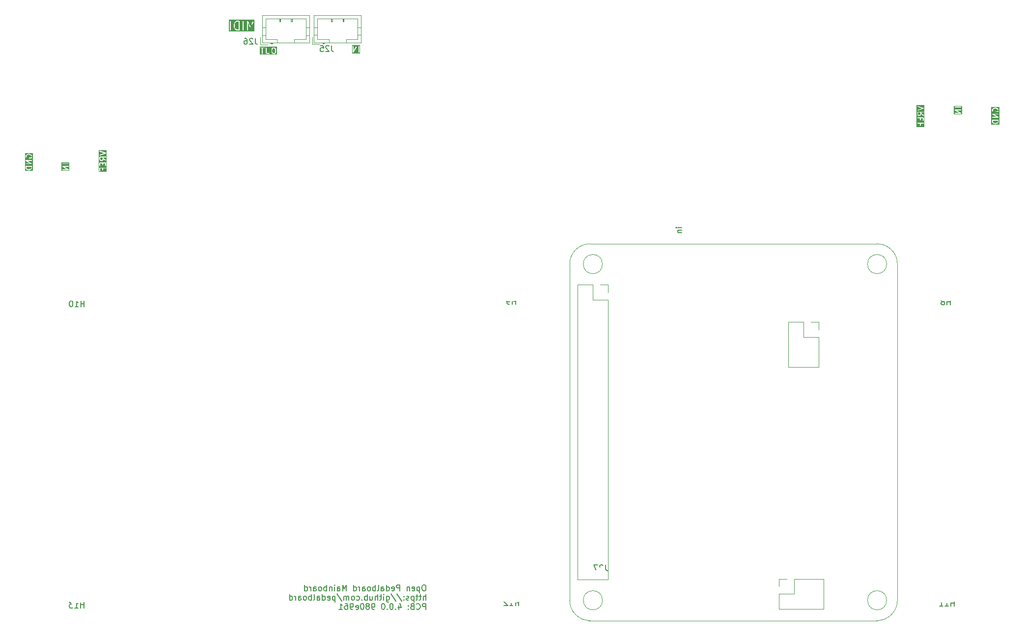
<source format=gbo>
G04 #@! TF.GenerationSoftware,KiCad,Pcbnew,8.0.4+1*
G04 #@! TF.CreationDate,2024-10-16T16:42:30+00:00*
G04 #@! TF.ProjectId,pedalboard-hw,70656461-6c62-46f6-9172-642d68772e6b,4.0.0*
G04 #@! TF.SameCoordinates,Original*
G04 #@! TF.FileFunction,Legend,Bot*
G04 #@! TF.FilePolarity,Positive*
%FSLAX46Y46*%
G04 Gerber Fmt 4.6, Leading zero omitted, Abs format (unit mm)*
G04 Created by KiCad (PCBNEW 8.0.4+1) date 2024-10-16 16:42:30*
%MOMM*%
%LPD*%
G01*
G04 APERTURE LIST*
%ADD10C,0.150000*%
%ADD11C,0.120000*%
%ADD12C,0.100000*%
%ADD13C,2.700000*%
%ADD14O,1.200000X2.200000*%
%ADD15O,2.200000X1.200000*%
%ADD16C,3.000000*%
%ADD17R,4.400000X1.800000*%
%ADD18O,4.000000X1.800000*%
%ADD19O,1.800000X4.000000*%
%ADD20R,2.600000X2.600000*%
%ADD21C,2.600000*%
%ADD22R,1.700000X1.700000*%
%ADD23O,1.700000X1.700000*%
%ADD24C,0.600000*%
%ADD25R,2.000000X2.000000*%
%ADD26C,2.000000*%
%ADD27C,3.200000*%
%ADD28O,1.700000X1.350000*%
%ADD29O,1.500000X1.100000*%
%ADD30R,1.600000X1.500000*%
%ADD31C,1.600000*%
%ADD32C,6.100000*%
%ADD33C,6.000000*%
%ADD34O,1.200000X1.750000*%
G04 APERTURE END LIST*
D10*
G36*
X22164819Y-46880323D02*
G01*
X22126648Y-46994835D01*
X22052534Y-47068948D01*
X21975547Y-47107442D01*
X21802013Y-47150826D01*
X21677624Y-47150826D01*
X21504090Y-47107442D01*
X21427103Y-47068949D01*
X21352990Y-46994836D01*
X21314819Y-46880322D01*
X21314819Y-46729398D01*
X22164819Y-46729398D01*
X22164819Y-46880323D01*
G37*
G36*
X22425930Y-47411937D02*
G01*
X21053708Y-47411937D01*
X21053708Y-46654398D01*
X21164819Y-46654398D01*
X21164819Y-46892493D01*
X21165548Y-46899898D01*
X21165408Y-46901873D01*
X21165998Y-46904470D01*
X21166260Y-46907125D01*
X21167018Y-46908956D01*
X21168668Y-46916210D01*
X21216287Y-47059067D01*
X21222281Y-47072492D01*
X21224046Y-47074527D01*
X21225078Y-47077018D01*
X21234405Y-47088383D01*
X21329643Y-47183621D01*
X21335393Y-47188341D01*
X21336692Y-47189838D01*
X21338946Y-47191257D01*
X21341008Y-47192949D01*
X21342840Y-47193707D01*
X21349135Y-47197670D01*
X21444373Y-47245289D01*
X21445442Y-47245698D01*
X21445878Y-47246021D01*
X21452014Y-47248213D01*
X21458104Y-47250544D01*
X21458644Y-47250582D01*
X21459724Y-47250968D01*
X21650200Y-47298587D01*
X21652736Y-47298962D01*
X21653758Y-47299385D01*
X21659270Y-47299927D01*
X21664744Y-47300737D01*
X21665836Y-47300574D01*
X21668390Y-47300826D01*
X21811247Y-47300826D01*
X21813800Y-47300574D01*
X21814893Y-47300737D01*
X21820366Y-47299927D01*
X21825879Y-47299385D01*
X21826900Y-47298962D01*
X21829437Y-47298587D01*
X22019913Y-47250968D01*
X22020992Y-47250582D01*
X22021532Y-47250544D01*
X22027613Y-47248216D01*
X22033759Y-47246021D01*
X22034194Y-47245698D01*
X22035264Y-47245289D01*
X22130502Y-47197670D01*
X22136798Y-47193706D01*
X22138628Y-47192949D01*
X22140686Y-47191259D01*
X22142945Y-47189838D01*
X22144244Y-47188339D01*
X22149994Y-47183621D01*
X22245233Y-47088383D01*
X22254561Y-47077018D01*
X22255592Y-47074527D01*
X22257357Y-47072493D01*
X22263351Y-47059067D01*
X22310970Y-46916211D01*
X22312619Y-46908955D01*
X22313378Y-46907125D01*
X22313639Y-46904471D01*
X22314230Y-46901874D01*
X22314089Y-46899899D01*
X22314819Y-46892493D01*
X22314819Y-46654398D01*
X22313378Y-46639766D01*
X22302179Y-46612730D01*
X22281487Y-46592038D01*
X22254451Y-46580839D01*
X22239819Y-46579398D01*
X21239819Y-46579398D01*
X21225187Y-46580839D01*
X21198151Y-46592038D01*
X21177459Y-46612730D01*
X21166260Y-46639766D01*
X21164819Y-46654398D01*
X21053708Y-46654398D01*
X21053708Y-45612018D01*
X21165002Y-45612018D01*
X21166260Y-45616630D01*
X21166260Y-45621411D01*
X21170077Y-45630626D01*
X21172702Y-45640250D01*
X21175629Y-45644030D01*
X21177459Y-45648447D01*
X21184509Y-45655497D01*
X21190619Y-45663387D01*
X21196751Y-45667739D01*
X21198151Y-45669139D01*
X21199525Y-45669708D01*
X21202609Y-45671897D01*
X21957402Y-46103207D01*
X21239819Y-46103207D01*
X21225187Y-46104648D01*
X21198151Y-46115847D01*
X21177459Y-46136539D01*
X21166260Y-46163575D01*
X21166260Y-46192839D01*
X21177459Y-46219875D01*
X21198151Y-46240567D01*
X21225187Y-46251766D01*
X21239819Y-46253207D01*
X22239819Y-46253207D01*
X22243582Y-46252836D01*
X22245058Y-46253024D01*
X22246968Y-46252502D01*
X22254451Y-46251766D01*
X22263666Y-46247948D01*
X22273290Y-46245324D01*
X22277070Y-46242396D01*
X22281487Y-46240567D01*
X22288537Y-46233516D01*
X22296427Y-46227407D01*
X22298800Y-46223253D01*
X22302179Y-46219875D01*
X22305995Y-46210662D01*
X22310946Y-46201998D01*
X22311548Y-46197254D01*
X22313378Y-46192839D01*
X22313378Y-46182864D01*
X22314636Y-46172968D01*
X22313378Y-46168355D01*
X22313378Y-46163575D01*
X22309560Y-46154358D01*
X22306936Y-46144737D01*
X22304009Y-46140957D01*
X22302179Y-46136539D01*
X22295127Y-46129487D01*
X22289019Y-46121599D01*
X22282884Y-46117244D01*
X22281487Y-46115847D01*
X22280114Y-46115278D01*
X22277030Y-46113089D01*
X21522236Y-45681779D01*
X22239819Y-45681779D01*
X22254451Y-45680338D01*
X22281487Y-45669139D01*
X22302179Y-45648447D01*
X22313378Y-45621411D01*
X22313378Y-45592147D01*
X22302179Y-45565111D01*
X22281487Y-45544419D01*
X22254451Y-45533220D01*
X22239819Y-45531779D01*
X21239819Y-45531779D01*
X21236055Y-45532149D01*
X21234580Y-45531962D01*
X21232669Y-45532483D01*
X21225187Y-45533220D01*
X21215971Y-45537037D01*
X21206348Y-45539662D01*
X21202567Y-45542589D01*
X21198151Y-45544419D01*
X21191100Y-45551469D01*
X21183211Y-45557579D01*
X21180837Y-45561732D01*
X21177459Y-45565111D01*
X21173642Y-45574323D01*
X21168692Y-45582988D01*
X21168089Y-45587731D01*
X21166260Y-45592147D01*
X21166260Y-45602121D01*
X21165002Y-45612018D01*
X21053708Y-45612018D01*
X21053708Y-44892493D01*
X21164819Y-44892493D01*
X21164819Y-45035350D01*
X21166260Y-45049982D01*
X21167291Y-45052471D01*
X21167482Y-45055159D01*
X21172737Y-45068891D01*
X21220356Y-45164129D01*
X21228188Y-45176572D01*
X21250296Y-45195745D01*
X21278057Y-45204999D01*
X21307247Y-45202925D01*
X21333422Y-45189837D01*
X21352595Y-45167730D01*
X21361849Y-45139968D01*
X21359775Y-45110778D01*
X21354520Y-45097047D01*
X21314819Y-45017645D01*
X21314819Y-44904663D01*
X21352990Y-44790149D01*
X21427103Y-44716037D01*
X21504090Y-44677543D01*
X21677624Y-44634160D01*
X21802013Y-44634160D01*
X21975547Y-44677543D01*
X22052534Y-44716037D01*
X22126648Y-44790150D01*
X22164819Y-44904663D01*
X22164819Y-44975561D01*
X22126648Y-45090073D01*
X22113514Y-45103207D01*
X21886247Y-45103207D01*
X21886247Y-44987731D01*
X21884806Y-44973099D01*
X21873607Y-44946063D01*
X21852915Y-44925371D01*
X21825879Y-44914172D01*
X21796615Y-44914172D01*
X21769579Y-44925371D01*
X21748887Y-44946063D01*
X21737688Y-44973099D01*
X21736247Y-44987731D01*
X21736247Y-45178207D01*
X21737688Y-45192838D01*
X21737688Y-45192839D01*
X21748887Y-45219875D01*
X21769579Y-45240567D01*
X21796615Y-45251766D01*
X21811247Y-45253207D01*
X22144580Y-45253207D01*
X22159212Y-45251766D01*
X22170410Y-45247127D01*
X22186247Y-45240568D01*
X22197612Y-45231241D01*
X22245232Y-45183622D01*
X22254560Y-45172256D01*
X22255590Y-45169767D01*
X22257357Y-45167731D01*
X22263351Y-45154305D01*
X22310970Y-45011449D01*
X22312619Y-45004193D01*
X22313378Y-45002363D01*
X22313639Y-44999709D01*
X22314230Y-44997112D01*
X22314089Y-44995137D01*
X22314819Y-44987731D01*
X22314819Y-44892493D01*
X22314089Y-44885086D01*
X22314230Y-44883112D01*
X22313639Y-44880514D01*
X22313378Y-44877861D01*
X22312619Y-44876030D01*
X22310970Y-44868775D01*
X22263351Y-44725919D01*
X22257357Y-44712493D01*
X22255592Y-44710458D01*
X22254561Y-44707968D01*
X22245233Y-44696603D01*
X22149994Y-44601365D01*
X22144244Y-44596646D01*
X22142945Y-44595148D01*
X22140686Y-44593726D01*
X22138628Y-44592037D01*
X22136798Y-44591279D01*
X22130502Y-44587316D01*
X22035264Y-44539697D01*
X22034194Y-44539287D01*
X22033759Y-44538965D01*
X22027613Y-44536769D01*
X22021532Y-44534442D01*
X22020992Y-44534403D01*
X22019913Y-44534018D01*
X21829437Y-44486399D01*
X21826900Y-44486023D01*
X21825879Y-44485601D01*
X21820366Y-44485058D01*
X21814893Y-44484249D01*
X21813800Y-44484411D01*
X21811247Y-44484160D01*
X21668390Y-44484160D01*
X21665836Y-44484411D01*
X21664744Y-44484249D01*
X21659270Y-44485058D01*
X21653758Y-44485601D01*
X21652736Y-44486023D01*
X21650200Y-44486399D01*
X21459724Y-44534018D01*
X21458644Y-44534403D01*
X21458104Y-44534442D01*
X21452014Y-44536772D01*
X21445878Y-44538965D01*
X21445442Y-44539287D01*
X21444373Y-44539697D01*
X21349135Y-44587316D01*
X21342840Y-44591278D01*
X21341008Y-44592037D01*
X21338946Y-44593728D01*
X21336692Y-44595148D01*
X21335393Y-44596644D01*
X21329643Y-44601365D01*
X21234405Y-44696603D01*
X21225078Y-44707968D01*
X21224046Y-44710458D01*
X21222281Y-44712494D01*
X21216287Y-44725919D01*
X21168668Y-44868776D01*
X21167018Y-44876029D01*
X21166260Y-44877861D01*
X21165998Y-44880515D01*
X21165408Y-44883113D01*
X21165548Y-44885087D01*
X21164819Y-44892493D01*
X21053708Y-44892493D01*
X21053708Y-44373049D01*
X22425930Y-44373049D01*
X22425930Y-47411937D01*
G37*
G36*
X78869331Y-27135747D02*
G01*
X77449491Y-27135747D01*
X77449491Y-25949819D01*
X77560602Y-25949819D01*
X77560602Y-26949819D01*
X77560972Y-26953582D01*
X77560785Y-26955058D01*
X77561306Y-26956968D01*
X77562043Y-26964451D01*
X77565860Y-26973666D01*
X77568485Y-26983290D01*
X77571412Y-26987070D01*
X77573242Y-26991487D01*
X77580292Y-26998537D01*
X77586402Y-27006427D01*
X77590555Y-27008800D01*
X77593934Y-27012179D01*
X77603146Y-27015995D01*
X77611811Y-27020946D01*
X77616554Y-27021548D01*
X77620970Y-27023378D01*
X77630944Y-27023378D01*
X77640841Y-27024636D01*
X77645453Y-27023378D01*
X77650234Y-27023378D01*
X77659449Y-27019560D01*
X77669073Y-27016936D01*
X77672853Y-27014008D01*
X77677270Y-27012179D01*
X77684320Y-27005128D01*
X77692210Y-26999019D01*
X77696562Y-26992886D01*
X77697962Y-26991487D01*
X77698531Y-26990112D01*
X77700720Y-26987029D01*
X78132030Y-26232235D01*
X78132030Y-26949819D01*
X78133471Y-26964451D01*
X78144670Y-26991487D01*
X78165362Y-27012179D01*
X78192398Y-27023378D01*
X78221662Y-27023378D01*
X78248698Y-27012179D01*
X78269390Y-26991487D01*
X78280589Y-26964451D01*
X78282030Y-26949819D01*
X78282030Y-25949819D01*
X78608220Y-25949819D01*
X78608220Y-26949819D01*
X78609661Y-26964451D01*
X78620860Y-26991487D01*
X78641552Y-27012179D01*
X78668588Y-27023378D01*
X78697852Y-27023378D01*
X78724888Y-27012179D01*
X78745580Y-26991487D01*
X78756779Y-26964451D01*
X78758220Y-26949819D01*
X78758220Y-25949819D01*
X78756779Y-25935187D01*
X78745580Y-25908151D01*
X78724888Y-25887459D01*
X78697852Y-25876260D01*
X78668588Y-25876260D01*
X78641552Y-25887459D01*
X78620860Y-25908151D01*
X78609661Y-25935187D01*
X78608220Y-25949819D01*
X78282030Y-25949819D01*
X78281659Y-25946055D01*
X78281847Y-25944580D01*
X78281325Y-25942669D01*
X78280589Y-25935187D01*
X78276771Y-25925971D01*
X78274147Y-25916348D01*
X78271219Y-25912567D01*
X78269390Y-25908151D01*
X78262339Y-25901100D01*
X78256230Y-25893211D01*
X78252076Y-25890837D01*
X78248698Y-25887459D01*
X78239485Y-25883642D01*
X78230821Y-25878692D01*
X78226077Y-25878089D01*
X78221662Y-25876260D01*
X78211688Y-25876260D01*
X78201791Y-25875002D01*
X78197179Y-25876260D01*
X78192398Y-25876260D01*
X78183181Y-25880077D01*
X78173560Y-25882702D01*
X78169780Y-25885628D01*
X78165362Y-25887459D01*
X78158310Y-25894510D01*
X78150422Y-25900619D01*
X78146067Y-25906753D01*
X78144670Y-25908151D01*
X78144101Y-25909523D01*
X78141912Y-25912608D01*
X77710602Y-26667402D01*
X77710602Y-25949819D01*
X77709161Y-25935187D01*
X77697962Y-25908151D01*
X77677270Y-25887459D01*
X77650234Y-25876260D01*
X77620970Y-25876260D01*
X77593934Y-25887459D01*
X77573242Y-25908151D01*
X77562043Y-25935187D01*
X77560602Y-25949819D01*
X77449491Y-25949819D01*
X77449491Y-25763891D01*
X78869331Y-25763891D01*
X78869331Y-27135747D01*
G37*
G36*
X188784819Y-38900323D02*
G01*
X188746648Y-39014835D01*
X188672534Y-39088948D01*
X188595547Y-39127442D01*
X188422013Y-39170826D01*
X188297624Y-39170826D01*
X188124090Y-39127442D01*
X188047103Y-39088949D01*
X187972990Y-39014836D01*
X187934819Y-38900322D01*
X187934819Y-38749398D01*
X188784819Y-38749398D01*
X188784819Y-38900323D01*
G37*
G36*
X189045930Y-39431937D02*
G01*
X187673708Y-39431937D01*
X187673708Y-38674398D01*
X187784819Y-38674398D01*
X187784819Y-38912493D01*
X187785548Y-38919898D01*
X187785408Y-38921873D01*
X187785998Y-38924470D01*
X187786260Y-38927125D01*
X187787018Y-38928956D01*
X187788668Y-38936210D01*
X187836287Y-39079067D01*
X187842281Y-39092492D01*
X187844046Y-39094527D01*
X187845078Y-39097018D01*
X187854405Y-39108383D01*
X187949643Y-39203621D01*
X187955393Y-39208341D01*
X187956692Y-39209838D01*
X187958946Y-39211257D01*
X187961008Y-39212949D01*
X187962840Y-39213707D01*
X187969135Y-39217670D01*
X188064373Y-39265289D01*
X188065442Y-39265698D01*
X188065878Y-39266021D01*
X188072014Y-39268213D01*
X188078104Y-39270544D01*
X188078644Y-39270582D01*
X188079724Y-39270968D01*
X188270200Y-39318587D01*
X188272736Y-39318962D01*
X188273758Y-39319385D01*
X188279270Y-39319927D01*
X188284744Y-39320737D01*
X188285836Y-39320574D01*
X188288390Y-39320826D01*
X188431247Y-39320826D01*
X188433800Y-39320574D01*
X188434893Y-39320737D01*
X188440366Y-39319927D01*
X188445879Y-39319385D01*
X188446900Y-39318962D01*
X188449437Y-39318587D01*
X188639913Y-39270968D01*
X188640992Y-39270582D01*
X188641532Y-39270544D01*
X188647613Y-39268216D01*
X188653759Y-39266021D01*
X188654194Y-39265698D01*
X188655264Y-39265289D01*
X188750502Y-39217670D01*
X188756798Y-39213706D01*
X188758628Y-39212949D01*
X188760686Y-39211259D01*
X188762945Y-39209838D01*
X188764244Y-39208339D01*
X188769994Y-39203621D01*
X188865233Y-39108383D01*
X188874561Y-39097018D01*
X188875592Y-39094527D01*
X188877357Y-39092493D01*
X188883351Y-39079067D01*
X188930970Y-38936211D01*
X188932619Y-38928955D01*
X188933378Y-38927125D01*
X188933639Y-38924471D01*
X188934230Y-38921874D01*
X188934089Y-38919899D01*
X188934819Y-38912493D01*
X188934819Y-38674398D01*
X188933378Y-38659766D01*
X188922179Y-38632730D01*
X188901487Y-38612038D01*
X188874451Y-38600839D01*
X188859819Y-38599398D01*
X187859819Y-38599398D01*
X187845187Y-38600839D01*
X187818151Y-38612038D01*
X187797459Y-38632730D01*
X187786260Y-38659766D01*
X187784819Y-38674398D01*
X187673708Y-38674398D01*
X187673708Y-37632018D01*
X187785002Y-37632018D01*
X187786260Y-37636630D01*
X187786260Y-37641411D01*
X187790077Y-37650626D01*
X187792702Y-37660250D01*
X187795629Y-37664030D01*
X187797459Y-37668447D01*
X187804509Y-37675497D01*
X187810619Y-37683387D01*
X187816751Y-37687739D01*
X187818151Y-37689139D01*
X187819525Y-37689708D01*
X187822609Y-37691897D01*
X188577402Y-38123207D01*
X187859819Y-38123207D01*
X187845187Y-38124648D01*
X187818151Y-38135847D01*
X187797459Y-38156539D01*
X187786260Y-38183575D01*
X187786260Y-38212839D01*
X187797459Y-38239875D01*
X187818151Y-38260567D01*
X187845187Y-38271766D01*
X187859819Y-38273207D01*
X188859819Y-38273207D01*
X188863582Y-38272836D01*
X188865058Y-38273024D01*
X188866968Y-38272502D01*
X188874451Y-38271766D01*
X188883666Y-38267948D01*
X188893290Y-38265324D01*
X188897070Y-38262396D01*
X188901487Y-38260567D01*
X188908537Y-38253516D01*
X188916427Y-38247407D01*
X188918800Y-38243253D01*
X188922179Y-38239875D01*
X188925995Y-38230662D01*
X188930946Y-38221998D01*
X188931548Y-38217254D01*
X188933378Y-38212839D01*
X188933378Y-38202864D01*
X188934636Y-38192968D01*
X188933378Y-38188355D01*
X188933378Y-38183575D01*
X188929560Y-38174358D01*
X188926936Y-38164737D01*
X188924009Y-38160957D01*
X188922179Y-38156539D01*
X188915127Y-38149487D01*
X188909019Y-38141599D01*
X188902884Y-38137244D01*
X188901487Y-38135847D01*
X188900114Y-38135278D01*
X188897030Y-38133089D01*
X188142236Y-37701779D01*
X188859819Y-37701779D01*
X188874451Y-37700338D01*
X188901487Y-37689139D01*
X188922179Y-37668447D01*
X188933378Y-37641411D01*
X188933378Y-37612147D01*
X188922179Y-37585111D01*
X188901487Y-37564419D01*
X188874451Y-37553220D01*
X188859819Y-37551779D01*
X187859819Y-37551779D01*
X187856055Y-37552149D01*
X187854580Y-37551962D01*
X187852669Y-37552483D01*
X187845187Y-37553220D01*
X187835971Y-37557037D01*
X187826348Y-37559662D01*
X187822567Y-37562589D01*
X187818151Y-37564419D01*
X187811100Y-37571469D01*
X187803211Y-37577579D01*
X187800837Y-37581732D01*
X187797459Y-37585111D01*
X187793642Y-37594323D01*
X187788692Y-37602988D01*
X187788089Y-37607731D01*
X187786260Y-37612147D01*
X187786260Y-37622121D01*
X187785002Y-37632018D01*
X187673708Y-37632018D01*
X187673708Y-36912493D01*
X187784819Y-36912493D01*
X187784819Y-37055350D01*
X187786260Y-37069982D01*
X187787291Y-37072471D01*
X187787482Y-37075159D01*
X187792737Y-37088891D01*
X187840356Y-37184129D01*
X187848188Y-37196572D01*
X187870296Y-37215745D01*
X187898057Y-37224999D01*
X187927247Y-37222925D01*
X187953422Y-37209837D01*
X187972595Y-37187730D01*
X187981849Y-37159968D01*
X187979775Y-37130778D01*
X187974520Y-37117047D01*
X187934819Y-37037645D01*
X187934819Y-36924663D01*
X187972990Y-36810149D01*
X188047103Y-36736037D01*
X188124090Y-36697543D01*
X188297624Y-36654160D01*
X188422013Y-36654160D01*
X188595547Y-36697543D01*
X188672534Y-36736037D01*
X188746648Y-36810150D01*
X188784819Y-36924663D01*
X188784819Y-36995561D01*
X188746648Y-37110073D01*
X188733514Y-37123207D01*
X188506247Y-37123207D01*
X188506247Y-37007731D01*
X188504806Y-36993099D01*
X188493607Y-36966063D01*
X188472915Y-36945371D01*
X188445879Y-36934172D01*
X188416615Y-36934172D01*
X188389579Y-36945371D01*
X188368887Y-36966063D01*
X188357688Y-36993099D01*
X188356247Y-37007731D01*
X188356247Y-37198207D01*
X188357688Y-37212838D01*
X188357688Y-37212839D01*
X188368887Y-37239875D01*
X188389579Y-37260567D01*
X188416615Y-37271766D01*
X188431247Y-37273207D01*
X188764580Y-37273207D01*
X188779212Y-37271766D01*
X188790410Y-37267127D01*
X188806247Y-37260568D01*
X188817612Y-37251241D01*
X188865232Y-37203622D01*
X188874560Y-37192256D01*
X188875590Y-37189767D01*
X188877357Y-37187731D01*
X188883351Y-37174305D01*
X188930970Y-37031449D01*
X188932619Y-37024193D01*
X188933378Y-37022363D01*
X188933639Y-37019709D01*
X188934230Y-37017112D01*
X188934089Y-37015137D01*
X188934819Y-37007731D01*
X188934819Y-36912493D01*
X188934089Y-36905086D01*
X188934230Y-36903112D01*
X188933639Y-36900514D01*
X188933378Y-36897861D01*
X188932619Y-36896030D01*
X188930970Y-36888775D01*
X188883351Y-36745919D01*
X188877357Y-36732493D01*
X188875592Y-36730458D01*
X188874561Y-36727968D01*
X188865233Y-36716603D01*
X188769994Y-36621365D01*
X188764244Y-36616646D01*
X188762945Y-36615148D01*
X188760686Y-36613726D01*
X188758628Y-36612037D01*
X188756798Y-36611279D01*
X188750502Y-36607316D01*
X188655264Y-36559697D01*
X188654194Y-36559287D01*
X188653759Y-36558965D01*
X188647613Y-36556769D01*
X188641532Y-36554442D01*
X188640992Y-36554403D01*
X188639913Y-36554018D01*
X188449437Y-36506399D01*
X188446900Y-36506023D01*
X188445879Y-36505601D01*
X188440366Y-36505058D01*
X188434893Y-36504249D01*
X188433800Y-36504411D01*
X188431247Y-36504160D01*
X188288390Y-36504160D01*
X188285836Y-36504411D01*
X188284744Y-36504249D01*
X188279270Y-36505058D01*
X188273758Y-36505601D01*
X188272736Y-36506023D01*
X188270200Y-36506399D01*
X188079724Y-36554018D01*
X188078644Y-36554403D01*
X188078104Y-36554442D01*
X188072014Y-36556772D01*
X188065878Y-36558965D01*
X188065442Y-36559287D01*
X188064373Y-36559697D01*
X187969135Y-36607316D01*
X187962840Y-36611278D01*
X187961008Y-36612037D01*
X187958946Y-36613728D01*
X187956692Y-36615148D01*
X187955393Y-36616644D01*
X187949643Y-36621365D01*
X187854405Y-36716603D01*
X187845078Y-36727968D01*
X187844046Y-36730458D01*
X187842281Y-36732494D01*
X187836287Y-36745919D01*
X187788668Y-36888776D01*
X187787018Y-36896029D01*
X187786260Y-36897861D01*
X187785998Y-36900515D01*
X187785408Y-36903113D01*
X187785548Y-36905087D01*
X187784819Y-36912493D01*
X187673708Y-36912493D01*
X187673708Y-36393049D01*
X189045930Y-36393049D01*
X189045930Y-39431937D01*
G37*
X89972744Y-118849931D02*
X89782268Y-118849931D01*
X89782268Y-118849931D02*
X89687030Y-118897550D01*
X89687030Y-118897550D02*
X89591792Y-118992788D01*
X89591792Y-118992788D02*
X89544173Y-119183264D01*
X89544173Y-119183264D02*
X89544173Y-119516597D01*
X89544173Y-119516597D02*
X89591792Y-119707073D01*
X89591792Y-119707073D02*
X89687030Y-119802312D01*
X89687030Y-119802312D02*
X89782268Y-119849931D01*
X89782268Y-119849931D02*
X89972744Y-119849931D01*
X89972744Y-119849931D02*
X90067982Y-119802312D01*
X90067982Y-119802312D02*
X90163220Y-119707073D01*
X90163220Y-119707073D02*
X90210839Y-119516597D01*
X90210839Y-119516597D02*
X90210839Y-119183264D01*
X90210839Y-119183264D02*
X90163220Y-118992788D01*
X90163220Y-118992788D02*
X90067982Y-118897550D01*
X90067982Y-118897550D02*
X89972744Y-118849931D01*
X89115601Y-119183264D02*
X89115601Y-120183264D01*
X89115601Y-119230883D02*
X89020363Y-119183264D01*
X89020363Y-119183264D02*
X88829887Y-119183264D01*
X88829887Y-119183264D02*
X88734649Y-119230883D01*
X88734649Y-119230883D02*
X88687030Y-119278502D01*
X88687030Y-119278502D02*
X88639411Y-119373740D01*
X88639411Y-119373740D02*
X88639411Y-119659454D01*
X88639411Y-119659454D02*
X88687030Y-119754692D01*
X88687030Y-119754692D02*
X88734649Y-119802312D01*
X88734649Y-119802312D02*
X88829887Y-119849931D01*
X88829887Y-119849931D02*
X89020363Y-119849931D01*
X89020363Y-119849931D02*
X89115601Y-119802312D01*
X87829887Y-119802312D02*
X87925125Y-119849931D01*
X87925125Y-119849931D02*
X88115601Y-119849931D01*
X88115601Y-119849931D02*
X88210839Y-119802312D01*
X88210839Y-119802312D02*
X88258458Y-119707073D01*
X88258458Y-119707073D02*
X88258458Y-119326121D01*
X88258458Y-119326121D02*
X88210839Y-119230883D01*
X88210839Y-119230883D02*
X88115601Y-119183264D01*
X88115601Y-119183264D02*
X87925125Y-119183264D01*
X87925125Y-119183264D02*
X87829887Y-119230883D01*
X87829887Y-119230883D02*
X87782268Y-119326121D01*
X87782268Y-119326121D02*
X87782268Y-119421359D01*
X87782268Y-119421359D02*
X88258458Y-119516597D01*
X87353696Y-119183264D02*
X87353696Y-119849931D01*
X87353696Y-119278502D02*
X87306077Y-119230883D01*
X87306077Y-119230883D02*
X87210839Y-119183264D01*
X87210839Y-119183264D02*
X87067982Y-119183264D01*
X87067982Y-119183264D02*
X86972744Y-119230883D01*
X86972744Y-119230883D02*
X86925125Y-119326121D01*
X86925125Y-119326121D02*
X86925125Y-119849931D01*
X85687029Y-119849931D02*
X85687029Y-118849931D01*
X85687029Y-118849931D02*
X85306077Y-118849931D01*
X85306077Y-118849931D02*
X85210839Y-118897550D01*
X85210839Y-118897550D02*
X85163220Y-118945169D01*
X85163220Y-118945169D02*
X85115601Y-119040407D01*
X85115601Y-119040407D02*
X85115601Y-119183264D01*
X85115601Y-119183264D02*
X85163220Y-119278502D01*
X85163220Y-119278502D02*
X85210839Y-119326121D01*
X85210839Y-119326121D02*
X85306077Y-119373740D01*
X85306077Y-119373740D02*
X85687029Y-119373740D01*
X84306077Y-119802312D02*
X84401315Y-119849931D01*
X84401315Y-119849931D02*
X84591791Y-119849931D01*
X84591791Y-119849931D02*
X84687029Y-119802312D01*
X84687029Y-119802312D02*
X84734648Y-119707073D01*
X84734648Y-119707073D02*
X84734648Y-119326121D01*
X84734648Y-119326121D02*
X84687029Y-119230883D01*
X84687029Y-119230883D02*
X84591791Y-119183264D01*
X84591791Y-119183264D02*
X84401315Y-119183264D01*
X84401315Y-119183264D02*
X84306077Y-119230883D01*
X84306077Y-119230883D02*
X84258458Y-119326121D01*
X84258458Y-119326121D02*
X84258458Y-119421359D01*
X84258458Y-119421359D02*
X84734648Y-119516597D01*
X83401315Y-119849931D02*
X83401315Y-118849931D01*
X83401315Y-119802312D02*
X83496553Y-119849931D01*
X83496553Y-119849931D02*
X83687029Y-119849931D01*
X83687029Y-119849931D02*
X83782267Y-119802312D01*
X83782267Y-119802312D02*
X83829886Y-119754692D01*
X83829886Y-119754692D02*
X83877505Y-119659454D01*
X83877505Y-119659454D02*
X83877505Y-119373740D01*
X83877505Y-119373740D02*
X83829886Y-119278502D01*
X83829886Y-119278502D02*
X83782267Y-119230883D01*
X83782267Y-119230883D02*
X83687029Y-119183264D01*
X83687029Y-119183264D02*
X83496553Y-119183264D01*
X83496553Y-119183264D02*
X83401315Y-119230883D01*
X82496553Y-119849931D02*
X82496553Y-119326121D01*
X82496553Y-119326121D02*
X82544172Y-119230883D01*
X82544172Y-119230883D02*
X82639410Y-119183264D01*
X82639410Y-119183264D02*
X82829886Y-119183264D01*
X82829886Y-119183264D02*
X82925124Y-119230883D01*
X82496553Y-119802312D02*
X82591791Y-119849931D01*
X82591791Y-119849931D02*
X82829886Y-119849931D01*
X82829886Y-119849931D02*
X82925124Y-119802312D01*
X82925124Y-119802312D02*
X82972743Y-119707073D01*
X82972743Y-119707073D02*
X82972743Y-119611835D01*
X82972743Y-119611835D02*
X82925124Y-119516597D01*
X82925124Y-119516597D02*
X82829886Y-119468978D01*
X82829886Y-119468978D02*
X82591791Y-119468978D01*
X82591791Y-119468978D02*
X82496553Y-119421359D01*
X81877505Y-119849931D02*
X81972743Y-119802312D01*
X81972743Y-119802312D02*
X82020362Y-119707073D01*
X82020362Y-119707073D02*
X82020362Y-118849931D01*
X81496552Y-119849931D02*
X81496552Y-118849931D01*
X81496552Y-119230883D02*
X81401314Y-119183264D01*
X81401314Y-119183264D02*
X81210838Y-119183264D01*
X81210838Y-119183264D02*
X81115600Y-119230883D01*
X81115600Y-119230883D02*
X81067981Y-119278502D01*
X81067981Y-119278502D02*
X81020362Y-119373740D01*
X81020362Y-119373740D02*
X81020362Y-119659454D01*
X81020362Y-119659454D02*
X81067981Y-119754692D01*
X81067981Y-119754692D02*
X81115600Y-119802312D01*
X81115600Y-119802312D02*
X81210838Y-119849931D01*
X81210838Y-119849931D02*
X81401314Y-119849931D01*
X81401314Y-119849931D02*
X81496552Y-119802312D01*
X80448933Y-119849931D02*
X80544171Y-119802312D01*
X80544171Y-119802312D02*
X80591790Y-119754692D01*
X80591790Y-119754692D02*
X80639409Y-119659454D01*
X80639409Y-119659454D02*
X80639409Y-119373740D01*
X80639409Y-119373740D02*
X80591790Y-119278502D01*
X80591790Y-119278502D02*
X80544171Y-119230883D01*
X80544171Y-119230883D02*
X80448933Y-119183264D01*
X80448933Y-119183264D02*
X80306076Y-119183264D01*
X80306076Y-119183264D02*
X80210838Y-119230883D01*
X80210838Y-119230883D02*
X80163219Y-119278502D01*
X80163219Y-119278502D02*
X80115600Y-119373740D01*
X80115600Y-119373740D02*
X80115600Y-119659454D01*
X80115600Y-119659454D02*
X80163219Y-119754692D01*
X80163219Y-119754692D02*
X80210838Y-119802312D01*
X80210838Y-119802312D02*
X80306076Y-119849931D01*
X80306076Y-119849931D02*
X80448933Y-119849931D01*
X79258457Y-119849931D02*
X79258457Y-119326121D01*
X79258457Y-119326121D02*
X79306076Y-119230883D01*
X79306076Y-119230883D02*
X79401314Y-119183264D01*
X79401314Y-119183264D02*
X79591790Y-119183264D01*
X79591790Y-119183264D02*
X79687028Y-119230883D01*
X79258457Y-119802312D02*
X79353695Y-119849931D01*
X79353695Y-119849931D02*
X79591790Y-119849931D01*
X79591790Y-119849931D02*
X79687028Y-119802312D01*
X79687028Y-119802312D02*
X79734647Y-119707073D01*
X79734647Y-119707073D02*
X79734647Y-119611835D01*
X79734647Y-119611835D02*
X79687028Y-119516597D01*
X79687028Y-119516597D02*
X79591790Y-119468978D01*
X79591790Y-119468978D02*
X79353695Y-119468978D01*
X79353695Y-119468978D02*
X79258457Y-119421359D01*
X78782266Y-119849931D02*
X78782266Y-119183264D01*
X78782266Y-119373740D02*
X78734647Y-119278502D01*
X78734647Y-119278502D02*
X78687028Y-119230883D01*
X78687028Y-119230883D02*
X78591790Y-119183264D01*
X78591790Y-119183264D02*
X78496552Y-119183264D01*
X77734647Y-119849931D02*
X77734647Y-118849931D01*
X77734647Y-119802312D02*
X77829885Y-119849931D01*
X77829885Y-119849931D02*
X78020361Y-119849931D01*
X78020361Y-119849931D02*
X78115599Y-119802312D01*
X78115599Y-119802312D02*
X78163218Y-119754692D01*
X78163218Y-119754692D02*
X78210837Y-119659454D01*
X78210837Y-119659454D02*
X78210837Y-119373740D01*
X78210837Y-119373740D02*
X78163218Y-119278502D01*
X78163218Y-119278502D02*
X78115599Y-119230883D01*
X78115599Y-119230883D02*
X78020361Y-119183264D01*
X78020361Y-119183264D02*
X77829885Y-119183264D01*
X77829885Y-119183264D02*
X77734647Y-119230883D01*
X76496551Y-119849931D02*
X76496551Y-118849931D01*
X76496551Y-118849931D02*
X76163218Y-119564216D01*
X76163218Y-119564216D02*
X75829885Y-118849931D01*
X75829885Y-118849931D02*
X75829885Y-119849931D01*
X74925123Y-119849931D02*
X74925123Y-119326121D01*
X74925123Y-119326121D02*
X74972742Y-119230883D01*
X74972742Y-119230883D02*
X75067980Y-119183264D01*
X75067980Y-119183264D02*
X75258456Y-119183264D01*
X75258456Y-119183264D02*
X75353694Y-119230883D01*
X74925123Y-119802312D02*
X75020361Y-119849931D01*
X75020361Y-119849931D02*
X75258456Y-119849931D01*
X75258456Y-119849931D02*
X75353694Y-119802312D01*
X75353694Y-119802312D02*
X75401313Y-119707073D01*
X75401313Y-119707073D02*
X75401313Y-119611835D01*
X75401313Y-119611835D02*
X75353694Y-119516597D01*
X75353694Y-119516597D02*
X75258456Y-119468978D01*
X75258456Y-119468978D02*
X75020361Y-119468978D01*
X75020361Y-119468978D02*
X74925123Y-119421359D01*
X74448932Y-119849931D02*
X74448932Y-119183264D01*
X74448932Y-118849931D02*
X74496551Y-118897550D01*
X74496551Y-118897550D02*
X74448932Y-118945169D01*
X74448932Y-118945169D02*
X74401313Y-118897550D01*
X74401313Y-118897550D02*
X74448932Y-118849931D01*
X74448932Y-118849931D02*
X74448932Y-118945169D01*
X73972742Y-119183264D02*
X73972742Y-119849931D01*
X73972742Y-119278502D02*
X73925123Y-119230883D01*
X73925123Y-119230883D02*
X73829885Y-119183264D01*
X73829885Y-119183264D02*
X73687028Y-119183264D01*
X73687028Y-119183264D02*
X73591790Y-119230883D01*
X73591790Y-119230883D02*
X73544171Y-119326121D01*
X73544171Y-119326121D02*
X73544171Y-119849931D01*
X73067980Y-119849931D02*
X73067980Y-118849931D01*
X73067980Y-119230883D02*
X72972742Y-119183264D01*
X72972742Y-119183264D02*
X72782266Y-119183264D01*
X72782266Y-119183264D02*
X72687028Y-119230883D01*
X72687028Y-119230883D02*
X72639409Y-119278502D01*
X72639409Y-119278502D02*
X72591790Y-119373740D01*
X72591790Y-119373740D02*
X72591790Y-119659454D01*
X72591790Y-119659454D02*
X72639409Y-119754692D01*
X72639409Y-119754692D02*
X72687028Y-119802312D01*
X72687028Y-119802312D02*
X72782266Y-119849931D01*
X72782266Y-119849931D02*
X72972742Y-119849931D01*
X72972742Y-119849931D02*
X73067980Y-119802312D01*
X72020361Y-119849931D02*
X72115599Y-119802312D01*
X72115599Y-119802312D02*
X72163218Y-119754692D01*
X72163218Y-119754692D02*
X72210837Y-119659454D01*
X72210837Y-119659454D02*
X72210837Y-119373740D01*
X72210837Y-119373740D02*
X72163218Y-119278502D01*
X72163218Y-119278502D02*
X72115599Y-119230883D01*
X72115599Y-119230883D02*
X72020361Y-119183264D01*
X72020361Y-119183264D02*
X71877504Y-119183264D01*
X71877504Y-119183264D02*
X71782266Y-119230883D01*
X71782266Y-119230883D02*
X71734647Y-119278502D01*
X71734647Y-119278502D02*
X71687028Y-119373740D01*
X71687028Y-119373740D02*
X71687028Y-119659454D01*
X71687028Y-119659454D02*
X71734647Y-119754692D01*
X71734647Y-119754692D02*
X71782266Y-119802312D01*
X71782266Y-119802312D02*
X71877504Y-119849931D01*
X71877504Y-119849931D02*
X72020361Y-119849931D01*
X70829885Y-119849931D02*
X70829885Y-119326121D01*
X70829885Y-119326121D02*
X70877504Y-119230883D01*
X70877504Y-119230883D02*
X70972742Y-119183264D01*
X70972742Y-119183264D02*
X71163218Y-119183264D01*
X71163218Y-119183264D02*
X71258456Y-119230883D01*
X70829885Y-119802312D02*
X70925123Y-119849931D01*
X70925123Y-119849931D02*
X71163218Y-119849931D01*
X71163218Y-119849931D02*
X71258456Y-119802312D01*
X71258456Y-119802312D02*
X71306075Y-119707073D01*
X71306075Y-119707073D02*
X71306075Y-119611835D01*
X71306075Y-119611835D02*
X71258456Y-119516597D01*
X71258456Y-119516597D02*
X71163218Y-119468978D01*
X71163218Y-119468978D02*
X70925123Y-119468978D01*
X70925123Y-119468978D02*
X70829885Y-119421359D01*
X70353694Y-119849931D02*
X70353694Y-119183264D01*
X70353694Y-119373740D02*
X70306075Y-119278502D01*
X70306075Y-119278502D02*
X70258456Y-119230883D01*
X70258456Y-119230883D02*
X70163218Y-119183264D01*
X70163218Y-119183264D02*
X70067980Y-119183264D01*
X69306075Y-119849931D02*
X69306075Y-118849931D01*
X69306075Y-119802312D02*
X69401313Y-119849931D01*
X69401313Y-119849931D02*
X69591789Y-119849931D01*
X69591789Y-119849931D02*
X69687027Y-119802312D01*
X69687027Y-119802312D02*
X69734646Y-119754692D01*
X69734646Y-119754692D02*
X69782265Y-119659454D01*
X69782265Y-119659454D02*
X69782265Y-119373740D01*
X69782265Y-119373740D02*
X69734646Y-119278502D01*
X69734646Y-119278502D02*
X69687027Y-119230883D01*
X69687027Y-119230883D02*
X69591789Y-119183264D01*
X69591789Y-119183264D02*
X69401313Y-119183264D01*
X69401313Y-119183264D02*
X69306075Y-119230883D01*
X90163220Y-121459875D02*
X90163220Y-120459875D01*
X89734649Y-121459875D02*
X89734649Y-120936065D01*
X89734649Y-120936065D02*
X89782268Y-120840827D01*
X89782268Y-120840827D02*
X89877506Y-120793208D01*
X89877506Y-120793208D02*
X90020363Y-120793208D01*
X90020363Y-120793208D02*
X90115601Y-120840827D01*
X90115601Y-120840827D02*
X90163220Y-120888446D01*
X89401315Y-120793208D02*
X89020363Y-120793208D01*
X89258458Y-120459875D02*
X89258458Y-121317017D01*
X89258458Y-121317017D02*
X89210839Y-121412256D01*
X89210839Y-121412256D02*
X89115601Y-121459875D01*
X89115601Y-121459875D02*
X89020363Y-121459875D01*
X88829886Y-120793208D02*
X88448934Y-120793208D01*
X88687029Y-120459875D02*
X88687029Y-121317017D01*
X88687029Y-121317017D02*
X88639410Y-121412256D01*
X88639410Y-121412256D02*
X88544172Y-121459875D01*
X88544172Y-121459875D02*
X88448934Y-121459875D01*
X88115600Y-120793208D02*
X88115600Y-121793208D01*
X88115600Y-120840827D02*
X88020362Y-120793208D01*
X88020362Y-120793208D02*
X87829886Y-120793208D01*
X87829886Y-120793208D02*
X87734648Y-120840827D01*
X87734648Y-120840827D02*
X87687029Y-120888446D01*
X87687029Y-120888446D02*
X87639410Y-120983684D01*
X87639410Y-120983684D02*
X87639410Y-121269398D01*
X87639410Y-121269398D02*
X87687029Y-121364636D01*
X87687029Y-121364636D02*
X87734648Y-121412256D01*
X87734648Y-121412256D02*
X87829886Y-121459875D01*
X87829886Y-121459875D02*
X88020362Y-121459875D01*
X88020362Y-121459875D02*
X88115600Y-121412256D01*
X87258457Y-121412256D02*
X87163219Y-121459875D01*
X87163219Y-121459875D02*
X86972743Y-121459875D01*
X86972743Y-121459875D02*
X86877505Y-121412256D01*
X86877505Y-121412256D02*
X86829886Y-121317017D01*
X86829886Y-121317017D02*
X86829886Y-121269398D01*
X86829886Y-121269398D02*
X86877505Y-121174160D01*
X86877505Y-121174160D02*
X86972743Y-121126541D01*
X86972743Y-121126541D02*
X87115600Y-121126541D01*
X87115600Y-121126541D02*
X87210838Y-121078922D01*
X87210838Y-121078922D02*
X87258457Y-120983684D01*
X87258457Y-120983684D02*
X87258457Y-120936065D01*
X87258457Y-120936065D02*
X87210838Y-120840827D01*
X87210838Y-120840827D02*
X87115600Y-120793208D01*
X87115600Y-120793208D02*
X86972743Y-120793208D01*
X86972743Y-120793208D02*
X86877505Y-120840827D01*
X86401314Y-121364636D02*
X86353695Y-121412256D01*
X86353695Y-121412256D02*
X86401314Y-121459875D01*
X86401314Y-121459875D02*
X86448933Y-121412256D01*
X86448933Y-121412256D02*
X86401314Y-121364636D01*
X86401314Y-121364636D02*
X86401314Y-121459875D01*
X86401314Y-120840827D02*
X86353695Y-120888446D01*
X86353695Y-120888446D02*
X86401314Y-120936065D01*
X86401314Y-120936065D02*
X86448933Y-120888446D01*
X86448933Y-120888446D02*
X86401314Y-120840827D01*
X86401314Y-120840827D02*
X86401314Y-120936065D01*
X85210839Y-120412256D02*
X86067981Y-121697970D01*
X84163220Y-120412256D02*
X85020362Y-121697970D01*
X83401315Y-120793208D02*
X83401315Y-121602732D01*
X83401315Y-121602732D02*
X83448934Y-121697970D01*
X83448934Y-121697970D02*
X83496553Y-121745589D01*
X83496553Y-121745589D02*
X83591791Y-121793208D01*
X83591791Y-121793208D02*
X83734648Y-121793208D01*
X83734648Y-121793208D02*
X83829886Y-121745589D01*
X83401315Y-121412256D02*
X83496553Y-121459875D01*
X83496553Y-121459875D02*
X83687029Y-121459875D01*
X83687029Y-121459875D02*
X83782267Y-121412256D01*
X83782267Y-121412256D02*
X83829886Y-121364636D01*
X83829886Y-121364636D02*
X83877505Y-121269398D01*
X83877505Y-121269398D02*
X83877505Y-120983684D01*
X83877505Y-120983684D02*
X83829886Y-120888446D01*
X83829886Y-120888446D02*
X83782267Y-120840827D01*
X83782267Y-120840827D02*
X83687029Y-120793208D01*
X83687029Y-120793208D02*
X83496553Y-120793208D01*
X83496553Y-120793208D02*
X83401315Y-120840827D01*
X82925124Y-121459875D02*
X82925124Y-120793208D01*
X82925124Y-120459875D02*
X82972743Y-120507494D01*
X82972743Y-120507494D02*
X82925124Y-120555113D01*
X82925124Y-120555113D02*
X82877505Y-120507494D01*
X82877505Y-120507494D02*
X82925124Y-120459875D01*
X82925124Y-120459875D02*
X82925124Y-120555113D01*
X82591791Y-120793208D02*
X82210839Y-120793208D01*
X82448934Y-120459875D02*
X82448934Y-121317017D01*
X82448934Y-121317017D02*
X82401315Y-121412256D01*
X82401315Y-121412256D02*
X82306077Y-121459875D01*
X82306077Y-121459875D02*
X82210839Y-121459875D01*
X81877505Y-121459875D02*
X81877505Y-120459875D01*
X81448934Y-121459875D02*
X81448934Y-120936065D01*
X81448934Y-120936065D02*
X81496553Y-120840827D01*
X81496553Y-120840827D02*
X81591791Y-120793208D01*
X81591791Y-120793208D02*
X81734648Y-120793208D01*
X81734648Y-120793208D02*
X81829886Y-120840827D01*
X81829886Y-120840827D02*
X81877505Y-120888446D01*
X80544172Y-120793208D02*
X80544172Y-121459875D01*
X80972743Y-120793208D02*
X80972743Y-121317017D01*
X80972743Y-121317017D02*
X80925124Y-121412256D01*
X80925124Y-121412256D02*
X80829886Y-121459875D01*
X80829886Y-121459875D02*
X80687029Y-121459875D01*
X80687029Y-121459875D02*
X80591791Y-121412256D01*
X80591791Y-121412256D02*
X80544172Y-121364636D01*
X80067981Y-121459875D02*
X80067981Y-120459875D01*
X80067981Y-120840827D02*
X79972743Y-120793208D01*
X79972743Y-120793208D02*
X79782267Y-120793208D01*
X79782267Y-120793208D02*
X79687029Y-120840827D01*
X79687029Y-120840827D02*
X79639410Y-120888446D01*
X79639410Y-120888446D02*
X79591791Y-120983684D01*
X79591791Y-120983684D02*
X79591791Y-121269398D01*
X79591791Y-121269398D02*
X79639410Y-121364636D01*
X79639410Y-121364636D02*
X79687029Y-121412256D01*
X79687029Y-121412256D02*
X79782267Y-121459875D01*
X79782267Y-121459875D02*
X79972743Y-121459875D01*
X79972743Y-121459875D02*
X80067981Y-121412256D01*
X79163219Y-121364636D02*
X79115600Y-121412256D01*
X79115600Y-121412256D02*
X79163219Y-121459875D01*
X79163219Y-121459875D02*
X79210838Y-121412256D01*
X79210838Y-121412256D02*
X79163219Y-121364636D01*
X79163219Y-121364636D02*
X79163219Y-121459875D01*
X78258458Y-121412256D02*
X78353696Y-121459875D01*
X78353696Y-121459875D02*
X78544172Y-121459875D01*
X78544172Y-121459875D02*
X78639410Y-121412256D01*
X78639410Y-121412256D02*
X78687029Y-121364636D01*
X78687029Y-121364636D02*
X78734648Y-121269398D01*
X78734648Y-121269398D02*
X78734648Y-120983684D01*
X78734648Y-120983684D02*
X78687029Y-120888446D01*
X78687029Y-120888446D02*
X78639410Y-120840827D01*
X78639410Y-120840827D02*
X78544172Y-120793208D01*
X78544172Y-120793208D02*
X78353696Y-120793208D01*
X78353696Y-120793208D02*
X78258458Y-120840827D01*
X77687029Y-121459875D02*
X77782267Y-121412256D01*
X77782267Y-121412256D02*
X77829886Y-121364636D01*
X77829886Y-121364636D02*
X77877505Y-121269398D01*
X77877505Y-121269398D02*
X77877505Y-120983684D01*
X77877505Y-120983684D02*
X77829886Y-120888446D01*
X77829886Y-120888446D02*
X77782267Y-120840827D01*
X77782267Y-120840827D02*
X77687029Y-120793208D01*
X77687029Y-120793208D02*
X77544172Y-120793208D01*
X77544172Y-120793208D02*
X77448934Y-120840827D01*
X77448934Y-120840827D02*
X77401315Y-120888446D01*
X77401315Y-120888446D02*
X77353696Y-120983684D01*
X77353696Y-120983684D02*
X77353696Y-121269398D01*
X77353696Y-121269398D02*
X77401315Y-121364636D01*
X77401315Y-121364636D02*
X77448934Y-121412256D01*
X77448934Y-121412256D02*
X77544172Y-121459875D01*
X77544172Y-121459875D02*
X77687029Y-121459875D01*
X76925124Y-121459875D02*
X76925124Y-120793208D01*
X76925124Y-120888446D02*
X76877505Y-120840827D01*
X76877505Y-120840827D02*
X76782267Y-120793208D01*
X76782267Y-120793208D02*
X76639410Y-120793208D01*
X76639410Y-120793208D02*
X76544172Y-120840827D01*
X76544172Y-120840827D02*
X76496553Y-120936065D01*
X76496553Y-120936065D02*
X76496553Y-121459875D01*
X76496553Y-120936065D02*
X76448934Y-120840827D01*
X76448934Y-120840827D02*
X76353696Y-120793208D01*
X76353696Y-120793208D02*
X76210839Y-120793208D01*
X76210839Y-120793208D02*
X76115600Y-120840827D01*
X76115600Y-120840827D02*
X76067981Y-120936065D01*
X76067981Y-120936065D02*
X76067981Y-121459875D01*
X74877506Y-120412256D02*
X75734648Y-121697970D01*
X74544172Y-120793208D02*
X74544172Y-121793208D01*
X74544172Y-120840827D02*
X74448934Y-120793208D01*
X74448934Y-120793208D02*
X74258458Y-120793208D01*
X74258458Y-120793208D02*
X74163220Y-120840827D01*
X74163220Y-120840827D02*
X74115601Y-120888446D01*
X74115601Y-120888446D02*
X74067982Y-120983684D01*
X74067982Y-120983684D02*
X74067982Y-121269398D01*
X74067982Y-121269398D02*
X74115601Y-121364636D01*
X74115601Y-121364636D02*
X74163220Y-121412256D01*
X74163220Y-121412256D02*
X74258458Y-121459875D01*
X74258458Y-121459875D02*
X74448934Y-121459875D01*
X74448934Y-121459875D02*
X74544172Y-121412256D01*
X73258458Y-121412256D02*
X73353696Y-121459875D01*
X73353696Y-121459875D02*
X73544172Y-121459875D01*
X73544172Y-121459875D02*
X73639410Y-121412256D01*
X73639410Y-121412256D02*
X73687029Y-121317017D01*
X73687029Y-121317017D02*
X73687029Y-120936065D01*
X73687029Y-120936065D02*
X73639410Y-120840827D01*
X73639410Y-120840827D02*
X73544172Y-120793208D01*
X73544172Y-120793208D02*
X73353696Y-120793208D01*
X73353696Y-120793208D02*
X73258458Y-120840827D01*
X73258458Y-120840827D02*
X73210839Y-120936065D01*
X73210839Y-120936065D02*
X73210839Y-121031303D01*
X73210839Y-121031303D02*
X73687029Y-121126541D01*
X72353696Y-121459875D02*
X72353696Y-120459875D01*
X72353696Y-121412256D02*
X72448934Y-121459875D01*
X72448934Y-121459875D02*
X72639410Y-121459875D01*
X72639410Y-121459875D02*
X72734648Y-121412256D01*
X72734648Y-121412256D02*
X72782267Y-121364636D01*
X72782267Y-121364636D02*
X72829886Y-121269398D01*
X72829886Y-121269398D02*
X72829886Y-120983684D01*
X72829886Y-120983684D02*
X72782267Y-120888446D01*
X72782267Y-120888446D02*
X72734648Y-120840827D01*
X72734648Y-120840827D02*
X72639410Y-120793208D01*
X72639410Y-120793208D02*
X72448934Y-120793208D01*
X72448934Y-120793208D02*
X72353696Y-120840827D01*
X71448934Y-121459875D02*
X71448934Y-120936065D01*
X71448934Y-120936065D02*
X71496553Y-120840827D01*
X71496553Y-120840827D02*
X71591791Y-120793208D01*
X71591791Y-120793208D02*
X71782267Y-120793208D01*
X71782267Y-120793208D02*
X71877505Y-120840827D01*
X71448934Y-121412256D02*
X71544172Y-121459875D01*
X71544172Y-121459875D02*
X71782267Y-121459875D01*
X71782267Y-121459875D02*
X71877505Y-121412256D01*
X71877505Y-121412256D02*
X71925124Y-121317017D01*
X71925124Y-121317017D02*
X71925124Y-121221779D01*
X71925124Y-121221779D02*
X71877505Y-121126541D01*
X71877505Y-121126541D02*
X71782267Y-121078922D01*
X71782267Y-121078922D02*
X71544172Y-121078922D01*
X71544172Y-121078922D02*
X71448934Y-121031303D01*
X70829886Y-121459875D02*
X70925124Y-121412256D01*
X70925124Y-121412256D02*
X70972743Y-121317017D01*
X70972743Y-121317017D02*
X70972743Y-120459875D01*
X70448933Y-121459875D02*
X70448933Y-120459875D01*
X70448933Y-120840827D02*
X70353695Y-120793208D01*
X70353695Y-120793208D02*
X70163219Y-120793208D01*
X70163219Y-120793208D02*
X70067981Y-120840827D01*
X70067981Y-120840827D02*
X70020362Y-120888446D01*
X70020362Y-120888446D02*
X69972743Y-120983684D01*
X69972743Y-120983684D02*
X69972743Y-121269398D01*
X69972743Y-121269398D02*
X70020362Y-121364636D01*
X70020362Y-121364636D02*
X70067981Y-121412256D01*
X70067981Y-121412256D02*
X70163219Y-121459875D01*
X70163219Y-121459875D02*
X70353695Y-121459875D01*
X70353695Y-121459875D02*
X70448933Y-121412256D01*
X69401314Y-121459875D02*
X69496552Y-121412256D01*
X69496552Y-121412256D02*
X69544171Y-121364636D01*
X69544171Y-121364636D02*
X69591790Y-121269398D01*
X69591790Y-121269398D02*
X69591790Y-120983684D01*
X69591790Y-120983684D02*
X69544171Y-120888446D01*
X69544171Y-120888446D02*
X69496552Y-120840827D01*
X69496552Y-120840827D02*
X69401314Y-120793208D01*
X69401314Y-120793208D02*
X69258457Y-120793208D01*
X69258457Y-120793208D02*
X69163219Y-120840827D01*
X69163219Y-120840827D02*
X69115600Y-120888446D01*
X69115600Y-120888446D02*
X69067981Y-120983684D01*
X69067981Y-120983684D02*
X69067981Y-121269398D01*
X69067981Y-121269398D02*
X69115600Y-121364636D01*
X69115600Y-121364636D02*
X69163219Y-121412256D01*
X69163219Y-121412256D02*
X69258457Y-121459875D01*
X69258457Y-121459875D02*
X69401314Y-121459875D01*
X68210838Y-121459875D02*
X68210838Y-120936065D01*
X68210838Y-120936065D02*
X68258457Y-120840827D01*
X68258457Y-120840827D02*
X68353695Y-120793208D01*
X68353695Y-120793208D02*
X68544171Y-120793208D01*
X68544171Y-120793208D02*
X68639409Y-120840827D01*
X68210838Y-121412256D02*
X68306076Y-121459875D01*
X68306076Y-121459875D02*
X68544171Y-121459875D01*
X68544171Y-121459875D02*
X68639409Y-121412256D01*
X68639409Y-121412256D02*
X68687028Y-121317017D01*
X68687028Y-121317017D02*
X68687028Y-121221779D01*
X68687028Y-121221779D02*
X68639409Y-121126541D01*
X68639409Y-121126541D02*
X68544171Y-121078922D01*
X68544171Y-121078922D02*
X68306076Y-121078922D01*
X68306076Y-121078922D02*
X68210838Y-121031303D01*
X67734647Y-121459875D02*
X67734647Y-120793208D01*
X67734647Y-120983684D02*
X67687028Y-120888446D01*
X67687028Y-120888446D02*
X67639409Y-120840827D01*
X67639409Y-120840827D02*
X67544171Y-120793208D01*
X67544171Y-120793208D02*
X67448933Y-120793208D01*
X66687028Y-121459875D02*
X66687028Y-120459875D01*
X66687028Y-121412256D02*
X66782266Y-121459875D01*
X66782266Y-121459875D02*
X66972742Y-121459875D01*
X66972742Y-121459875D02*
X67067980Y-121412256D01*
X67067980Y-121412256D02*
X67115599Y-121364636D01*
X67115599Y-121364636D02*
X67163218Y-121269398D01*
X67163218Y-121269398D02*
X67163218Y-120983684D01*
X67163218Y-120983684D02*
X67115599Y-120888446D01*
X67115599Y-120888446D02*
X67067980Y-120840827D01*
X67067980Y-120840827D02*
X66972742Y-120793208D01*
X66972742Y-120793208D02*
X66782266Y-120793208D01*
X66782266Y-120793208D02*
X66687028Y-120840827D01*
X90163220Y-123069819D02*
X90163220Y-122069819D01*
X90163220Y-122069819D02*
X89782268Y-122069819D01*
X89782268Y-122069819D02*
X89687030Y-122117438D01*
X89687030Y-122117438D02*
X89639411Y-122165057D01*
X89639411Y-122165057D02*
X89591792Y-122260295D01*
X89591792Y-122260295D02*
X89591792Y-122403152D01*
X89591792Y-122403152D02*
X89639411Y-122498390D01*
X89639411Y-122498390D02*
X89687030Y-122546009D01*
X89687030Y-122546009D02*
X89782268Y-122593628D01*
X89782268Y-122593628D02*
X90163220Y-122593628D01*
X88591792Y-122974580D02*
X88639411Y-123022200D01*
X88639411Y-123022200D02*
X88782268Y-123069819D01*
X88782268Y-123069819D02*
X88877506Y-123069819D01*
X88877506Y-123069819D02*
X89020363Y-123022200D01*
X89020363Y-123022200D02*
X89115601Y-122926961D01*
X89115601Y-122926961D02*
X89163220Y-122831723D01*
X89163220Y-122831723D02*
X89210839Y-122641247D01*
X89210839Y-122641247D02*
X89210839Y-122498390D01*
X89210839Y-122498390D02*
X89163220Y-122307914D01*
X89163220Y-122307914D02*
X89115601Y-122212676D01*
X89115601Y-122212676D02*
X89020363Y-122117438D01*
X89020363Y-122117438D02*
X88877506Y-122069819D01*
X88877506Y-122069819D02*
X88782268Y-122069819D01*
X88782268Y-122069819D02*
X88639411Y-122117438D01*
X88639411Y-122117438D02*
X88591792Y-122165057D01*
X87829887Y-122546009D02*
X87687030Y-122593628D01*
X87687030Y-122593628D02*
X87639411Y-122641247D01*
X87639411Y-122641247D02*
X87591792Y-122736485D01*
X87591792Y-122736485D02*
X87591792Y-122879342D01*
X87591792Y-122879342D02*
X87639411Y-122974580D01*
X87639411Y-122974580D02*
X87687030Y-123022200D01*
X87687030Y-123022200D02*
X87782268Y-123069819D01*
X87782268Y-123069819D02*
X88163220Y-123069819D01*
X88163220Y-123069819D02*
X88163220Y-122069819D01*
X88163220Y-122069819D02*
X87829887Y-122069819D01*
X87829887Y-122069819D02*
X87734649Y-122117438D01*
X87734649Y-122117438D02*
X87687030Y-122165057D01*
X87687030Y-122165057D02*
X87639411Y-122260295D01*
X87639411Y-122260295D02*
X87639411Y-122355533D01*
X87639411Y-122355533D02*
X87687030Y-122450771D01*
X87687030Y-122450771D02*
X87734649Y-122498390D01*
X87734649Y-122498390D02*
X87829887Y-122546009D01*
X87829887Y-122546009D02*
X88163220Y-122546009D01*
X87163220Y-122974580D02*
X87115601Y-123022200D01*
X87115601Y-123022200D02*
X87163220Y-123069819D01*
X87163220Y-123069819D02*
X87210839Y-123022200D01*
X87210839Y-123022200D02*
X87163220Y-122974580D01*
X87163220Y-122974580D02*
X87163220Y-123069819D01*
X87163220Y-122450771D02*
X87115601Y-122498390D01*
X87115601Y-122498390D02*
X87163220Y-122546009D01*
X87163220Y-122546009D02*
X87210839Y-122498390D01*
X87210839Y-122498390D02*
X87163220Y-122450771D01*
X87163220Y-122450771D02*
X87163220Y-122546009D01*
X85496554Y-122403152D02*
X85496554Y-123069819D01*
X85734649Y-122022200D02*
X85972744Y-122736485D01*
X85972744Y-122736485D02*
X85353697Y-122736485D01*
X84972744Y-122974580D02*
X84925125Y-123022200D01*
X84925125Y-123022200D02*
X84972744Y-123069819D01*
X84972744Y-123069819D02*
X85020363Y-123022200D01*
X85020363Y-123022200D02*
X84972744Y-122974580D01*
X84972744Y-122974580D02*
X84972744Y-123069819D01*
X84306078Y-122069819D02*
X84210840Y-122069819D01*
X84210840Y-122069819D02*
X84115602Y-122117438D01*
X84115602Y-122117438D02*
X84067983Y-122165057D01*
X84067983Y-122165057D02*
X84020364Y-122260295D01*
X84020364Y-122260295D02*
X83972745Y-122450771D01*
X83972745Y-122450771D02*
X83972745Y-122688866D01*
X83972745Y-122688866D02*
X84020364Y-122879342D01*
X84020364Y-122879342D02*
X84067983Y-122974580D01*
X84067983Y-122974580D02*
X84115602Y-123022200D01*
X84115602Y-123022200D02*
X84210840Y-123069819D01*
X84210840Y-123069819D02*
X84306078Y-123069819D01*
X84306078Y-123069819D02*
X84401316Y-123022200D01*
X84401316Y-123022200D02*
X84448935Y-122974580D01*
X84448935Y-122974580D02*
X84496554Y-122879342D01*
X84496554Y-122879342D02*
X84544173Y-122688866D01*
X84544173Y-122688866D02*
X84544173Y-122450771D01*
X84544173Y-122450771D02*
X84496554Y-122260295D01*
X84496554Y-122260295D02*
X84448935Y-122165057D01*
X84448935Y-122165057D02*
X84401316Y-122117438D01*
X84401316Y-122117438D02*
X84306078Y-122069819D01*
X83544173Y-122974580D02*
X83496554Y-123022200D01*
X83496554Y-123022200D02*
X83544173Y-123069819D01*
X83544173Y-123069819D02*
X83591792Y-123022200D01*
X83591792Y-123022200D02*
X83544173Y-122974580D01*
X83544173Y-122974580D02*
X83544173Y-123069819D01*
X82877507Y-122069819D02*
X82782269Y-122069819D01*
X82782269Y-122069819D02*
X82687031Y-122117438D01*
X82687031Y-122117438D02*
X82639412Y-122165057D01*
X82639412Y-122165057D02*
X82591793Y-122260295D01*
X82591793Y-122260295D02*
X82544174Y-122450771D01*
X82544174Y-122450771D02*
X82544174Y-122688866D01*
X82544174Y-122688866D02*
X82591793Y-122879342D01*
X82591793Y-122879342D02*
X82639412Y-122974580D01*
X82639412Y-122974580D02*
X82687031Y-123022200D01*
X82687031Y-123022200D02*
X82782269Y-123069819D01*
X82782269Y-123069819D02*
X82877507Y-123069819D01*
X82877507Y-123069819D02*
X82972745Y-123022200D01*
X82972745Y-123022200D02*
X83020364Y-122974580D01*
X83020364Y-122974580D02*
X83067983Y-122879342D01*
X83067983Y-122879342D02*
X83115602Y-122688866D01*
X83115602Y-122688866D02*
X83115602Y-122450771D01*
X83115602Y-122450771D02*
X83067983Y-122260295D01*
X83067983Y-122260295D02*
X83020364Y-122165057D01*
X83020364Y-122165057D02*
X82972745Y-122117438D01*
X82972745Y-122117438D02*
X82877507Y-122069819D01*
X81306078Y-123069819D02*
X81115602Y-123069819D01*
X81115602Y-123069819D02*
X81020364Y-123022200D01*
X81020364Y-123022200D02*
X80972745Y-122974580D01*
X80972745Y-122974580D02*
X80877507Y-122831723D01*
X80877507Y-122831723D02*
X80829888Y-122641247D01*
X80829888Y-122641247D02*
X80829888Y-122260295D01*
X80829888Y-122260295D02*
X80877507Y-122165057D01*
X80877507Y-122165057D02*
X80925126Y-122117438D01*
X80925126Y-122117438D02*
X81020364Y-122069819D01*
X81020364Y-122069819D02*
X81210840Y-122069819D01*
X81210840Y-122069819D02*
X81306078Y-122117438D01*
X81306078Y-122117438D02*
X81353697Y-122165057D01*
X81353697Y-122165057D02*
X81401316Y-122260295D01*
X81401316Y-122260295D02*
X81401316Y-122498390D01*
X81401316Y-122498390D02*
X81353697Y-122593628D01*
X81353697Y-122593628D02*
X81306078Y-122641247D01*
X81306078Y-122641247D02*
X81210840Y-122688866D01*
X81210840Y-122688866D02*
X81020364Y-122688866D01*
X81020364Y-122688866D02*
X80925126Y-122641247D01*
X80925126Y-122641247D02*
X80877507Y-122593628D01*
X80877507Y-122593628D02*
X80829888Y-122498390D01*
X80258459Y-122498390D02*
X80353697Y-122450771D01*
X80353697Y-122450771D02*
X80401316Y-122403152D01*
X80401316Y-122403152D02*
X80448935Y-122307914D01*
X80448935Y-122307914D02*
X80448935Y-122260295D01*
X80448935Y-122260295D02*
X80401316Y-122165057D01*
X80401316Y-122165057D02*
X80353697Y-122117438D01*
X80353697Y-122117438D02*
X80258459Y-122069819D01*
X80258459Y-122069819D02*
X80067983Y-122069819D01*
X80067983Y-122069819D02*
X79972745Y-122117438D01*
X79972745Y-122117438D02*
X79925126Y-122165057D01*
X79925126Y-122165057D02*
X79877507Y-122260295D01*
X79877507Y-122260295D02*
X79877507Y-122307914D01*
X79877507Y-122307914D02*
X79925126Y-122403152D01*
X79925126Y-122403152D02*
X79972745Y-122450771D01*
X79972745Y-122450771D02*
X80067983Y-122498390D01*
X80067983Y-122498390D02*
X80258459Y-122498390D01*
X80258459Y-122498390D02*
X80353697Y-122546009D01*
X80353697Y-122546009D02*
X80401316Y-122593628D01*
X80401316Y-122593628D02*
X80448935Y-122688866D01*
X80448935Y-122688866D02*
X80448935Y-122879342D01*
X80448935Y-122879342D02*
X80401316Y-122974580D01*
X80401316Y-122974580D02*
X80353697Y-123022200D01*
X80353697Y-123022200D02*
X80258459Y-123069819D01*
X80258459Y-123069819D02*
X80067983Y-123069819D01*
X80067983Y-123069819D02*
X79972745Y-123022200D01*
X79972745Y-123022200D02*
X79925126Y-122974580D01*
X79925126Y-122974580D02*
X79877507Y-122879342D01*
X79877507Y-122879342D02*
X79877507Y-122688866D01*
X79877507Y-122688866D02*
X79925126Y-122593628D01*
X79925126Y-122593628D02*
X79972745Y-122546009D01*
X79972745Y-122546009D02*
X80067983Y-122498390D01*
X79258459Y-122069819D02*
X79163221Y-122069819D01*
X79163221Y-122069819D02*
X79067983Y-122117438D01*
X79067983Y-122117438D02*
X79020364Y-122165057D01*
X79020364Y-122165057D02*
X78972745Y-122260295D01*
X78972745Y-122260295D02*
X78925126Y-122450771D01*
X78925126Y-122450771D02*
X78925126Y-122688866D01*
X78925126Y-122688866D02*
X78972745Y-122879342D01*
X78972745Y-122879342D02*
X79020364Y-122974580D01*
X79020364Y-122974580D02*
X79067983Y-123022200D01*
X79067983Y-123022200D02*
X79163221Y-123069819D01*
X79163221Y-123069819D02*
X79258459Y-123069819D01*
X79258459Y-123069819D02*
X79353697Y-123022200D01*
X79353697Y-123022200D02*
X79401316Y-122974580D01*
X79401316Y-122974580D02*
X79448935Y-122879342D01*
X79448935Y-122879342D02*
X79496554Y-122688866D01*
X79496554Y-122688866D02*
X79496554Y-122450771D01*
X79496554Y-122450771D02*
X79448935Y-122260295D01*
X79448935Y-122260295D02*
X79401316Y-122165057D01*
X79401316Y-122165057D02*
X79353697Y-122117438D01*
X79353697Y-122117438D02*
X79258459Y-122069819D01*
X78115602Y-123022200D02*
X78210840Y-123069819D01*
X78210840Y-123069819D02*
X78401316Y-123069819D01*
X78401316Y-123069819D02*
X78496554Y-123022200D01*
X78496554Y-123022200D02*
X78544173Y-122926961D01*
X78544173Y-122926961D02*
X78544173Y-122546009D01*
X78544173Y-122546009D02*
X78496554Y-122450771D01*
X78496554Y-122450771D02*
X78401316Y-122403152D01*
X78401316Y-122403152D02*
X78210840Y-122403152D01*
X78210840Y-122403152D02*
X78115602Y-122450771D01*
X78115602Y-122450771D02*
X78067983Y-122546009D01*
X78067983Y-122546009D02*
X78067983Y-122641247D01*
X78067983Y-122641247D02*
X78544173Y-122736485D01*
X77591792Y-123069819D02*
X77401316Y-123069819D01*
X77401316Y-123069819D02*
X77306078Y-123022200D01*
X77306078Y-123022200D02*
X77258459Y-122974580D01*
X77258459Y-122974580D02*
X77163221Y-122831723D01*
X77163221Y-122831723D02*
X77115602Y-122641247D01*
X77115602Y-122641247D02*
X77115602Y-122260295D01*
X77115602Y-122260295D02*
X77163221Y-122165057D01*
X77163221Y-122165057D02*
X77210840Y-122117438D01*
X77210840Y-122117438D02*
X77306078Y-122069819D01*
X77306078Y-122069819D02*
X77496554Y-122069819D01*
X77496554Y-122069819D02*
X77591792Y-122117438D01*
X77591792Y-122117438D02*
X77639411Y-122165057D01*
X77639411Y-122165057D02*
X77687030Y-122260295D01*
X77687030Y-122260295D02*
X77687030Y-122498390D01*
X77687030Y-122498390D02*
X77639411Y-122593628D01*
X77639411Y-122593628D02*
X77591792Y-122641247D01*
X77591792Y-122641247D02*
X77496554Y-122688866D01*
X77496554Y-122688866D02*
X77306078Y-122688866D01*
X77306078Y-122688866D02*
X77210840Y-122641247D01*
X77210840Y-122641247D02*
X77163221Y-122593628D01*
X77163221Y-122593628D02*
X77115602Y-122498390D01*
X76258459Y-122069819D02*
X76448935Y-122069819D01*
X76448935Y-122069819D02*
X76544173Y-122117438D01*
X76544173Y-122117438D02*
X76591792Y-122165057D01*
X76591792Y-122165057D02*
X76687030Y-122307914D01*
X76687030Y-122307914D02*
X76734649Y-122498390D01*
X76734649Y-122498390D02*
X76734649Y-122879342D01*
X76734649Y-122879342D02*
X76687030Y-122974580D01*
X76687030Y-122974580D02*
X76639411Y-123022200D01*
X76639411Y-123022200D02*
X76544173Y-123069819D01*
X76544173Y-123069819D02*
X76353697Y-123069819D01*
X76353697Y-123069819D02*
X76258459Y-123022200D01*
X76258459Y-123022200D02*
X76210840Y-122974580D01*
X76210840Y-122974580D02*
X76163221Y-122879342D01*
X76163221Y-122879342D02*
X76163221Y-122641247D01*
X76163221Y-122641247D02*
X76210840Y-122546009D01*
X76210840Y-122546009D02*
X76258459Y-122498390D01*
X76258459Y-122498390D02*
X76353697Y-122450771D01*
X76353697Y-122450771D02*
X76544173Y-122450771D01*
X76544173Y-122450771D02*
X76639411Y-122498390D01*
X76639411Y-122498390D02*
X76687030Y-122546009D01*
X76687030Y-122546009D02*
X76734649Y-122641247D01*
X75210840Y-123069819D02*
X75782268Y-123069819D01*
X75496554Y-123069819D02*
X75496554Y-122069819D01*
X75496554Y-122069819D02*
X75591792Y-122212676D01*
X75591792Y-122212676D02*
X75687030Y-122307914D01*
X75687030Y-122307914D02*
X75782268Y-122355533D01*
G36*
X34438628Y-45397169D02*
G01*
X34404370Y-45465685D01*
X34373963Y-45496092D01*
X34305447Y-45530350D01*
X34198000Y-45530350D01*
X34129484Y-45496092D01*
X34099077Y-45465685D01*
X34064819Y-45397169D01*
X34064819Y-45108922D01*
X34438628Y-45108922D01*
X34438628Y-45397169D01*
G37*
G36*
X35175930Y-47599544D02*
G01*
X33803708Y-47599544D01*
X33803708Y-46938684D01*
X33914819Y-46938684D01*
X33914819Y-47414874D01*
X33916260Y-47429506D01*
X33927459Y-47456542D01*
X33948151Y-47477234D01*
X33975187Y-47488433D01*
X34004451Y-47488433D01*
X34031487Y-47477234D01*
X34052179Y-47456542D01*
X34063378Y-47429506D01*
X34064819Y-47414874D01*
X34064819Y-47013684D01*
X34391009Y-47013684D01*
X34391009Y-47272017D01*
X34392450Y-47286649D01*
X34403649Y-47313685D01*
X34424341Y-47334377D01*
X34451377Y-47345576D01*
X34480641Y-47345576D01*
X34507677Y-47334377D01*
X34528369Y-47313685D01*
X34539568Y-47286649D01*
X34541009Y-47272017D01*
X34541009Y-47013684D01*
X34989819Y-47013684D01*
X35004451Y-47012243D01*
X35031487Y-47001044D01*
X35052179Y-46980352D01*
X35063378Y-46953316D01*
X35063378Y-46924052D01*
X35052179Y-46897016D01*
X35031487Y-46876324D01*
X35004451Y-46865125D01*
X34989819Y-46863684D01*
X33989819Y-46863684D01*
X33975187Y-46865125D01*
X33948151Y-46876324D01*
X33927459Y-46897016D01*
X33916260Y-46924052D01*
X33914819Y-46938684D01*
X33803708Y-46938684D01*
X33803708Y-46033922D01*
X33914819Y-46033922D01*
X33914819Y-46510112D01*
X33916260Y-46524744D01*
X33927459Y-46551780D01*
X33948151Y-46572472D01*
X33975187Y-46583671D01*
X34004451Y-46583671D01*
X34031487Y-46572472D01*
X34052179Y-46551780D01*
X34063378Y-46524744D01*
X34064819Y-46510112D01*
X34064819Y-46108922D01*
X34391009Y-46108922D01*
X34391009Y-46367255D01*
X34392450Y-46381887D01*
X34403649Y-46408923D01*
X34424341Y-46429615D01*
X34451377Y-46440814D01*
X34480641Y-46440814D01*
X34507677Y-46429615D01*
X34528369Y-46408923D01*
X34539568Y-46381887D01*
X34541009Y-46367255D01*
X34541009Y-46108922D01*
X34914819Y-46108922D01*
X34914819Y-46510112D01*
X34916260Y-46524744D01*
X34927459Y-46551780D01*
X34948151Y-46572472D01*
X34975187Y-46583671D01*
X35004451Y-46583671D01*
X35031487Y-46572472D01*
X35052179Y-46551780D01*
X35063378Y-46524744D01*
X35064819Y-46510112D01*
X35064819Y-46033922D01*
X35063378Y-46019290D01*
X35052179Y-45992254D01*
X35031487Y-45971562D01*
X35004451Y-45960363D01*
X34989819Y-45958922D01*
X33989819Y-45958922D01*
X33975187Y-45960363D01*
X33948151Y-45971562D01*
X33927459Y-45992254D01*
X33916260Y-46019290D01*
X33914819Y-46033922D01*
X33803708Y-46033922D01*
X33803708Y-45033922D01*
X33914819Y-45033922D01*
X33914819Y-45414874D01*
X33916260Y-45429506D01*
X33917291Y-45431995D01*
X33917482Y-45434683D01*
X33922737Y-45448415D01*
X33970356Y-45543653D01*
X33974320Y-45549952D01*
X33975078Y-45551780D01*
X33976766Y-45553836D01*
X33978188Y-45556096D01*
X33979686Y-45557395D01*
X33984405Y-45563145D01*
X34032024Y-45610764D01*
X34037773Y-45615482D01*
X34039073Y-45616981D01*
X34041332Y-45618402D01*
X34043389Y-45620091D01*
X34045216Y-45620848D01*
X34051516Y-45624813D01*
X34146754Y-45672432D01*
X34160485Y-45677687D01*
X34163174Y-45677878D01*
X34165663Y-45678909D01*
X34180295Y-45680350D01*
X34323152Y-45680350D01*
X34337784Y-45678909D01*
X34340273Y-45677877D01*
X34342961Y-45677687D01*
X34356693Y-45672432D01*
X34451931Y-45624813D01*
X34458230Y-45620848D01*
X34460058Y-45620091D01*
X34462114Y-45618402D01*
X34464374Y-45616981D01*
X34465673Y-45615482D01*
X34471423Y-45610764D01*
X34519042Y-45563145D01*
X34523760Y-45557395D01*
X34525259Y-45556096D01*
X34526680Y-45553836D01*
X34528369Y-45551780D01*
X34529126Y-45549952D01*
X34533091Y-45543653D01*
X34580710Y-45448415D01*
X34585965Y-45434684D01*
X34586156Y-45431994D01*
X34587187Y-45429506D01*
X34588518Y-45415989D01*
X34946810Y-45666793D01*
X34959623Y-45674003D01*
X34988194Y-45680332D01*
X35017012Y-45675247D01*
X35041690Y-45659520D01*
X35058472Y-45635546D01*
X35064802Y-45606975D01*
X35059716Y-45578158D01*
X35043989Y-45553479D01*
X35032829Y-45543908D01*
X34588628Y-45232967D01*
X34588628Y-45108922D01*
X34989819Y-45108922D01*
X35004451Y-45107481D01*
X35031487Y-45096282D01*
X35052179Y-45075590D01*
X35063378Y-45048554D01*
X35063378Y-45019290D01*
X35052179Y-44992254D01*
X35031487Y-44971562D01*
X35004451Y-44960363D01*
X34989819Y-44958922D01*
X33989819Y-44958922D01*
X33975187Y-44960363D01*
X33948151Y-44971562D01*
X33927459Y-44992254D01*
X33916260Y-45019290D01*
X33914819Y-45033922D01*
X33803708Y-45033922D01*
X33803708Y-44024542D01*
X33915408Y-44024542D01*
X33917483Y-44053732D01*
X33930569Y-44079905D01*
X33952676Y-44099079D01*
X33966102Y-44105073D01*
X34752648Y-44367255D01*
X33966102Y-44629437D01*
X33952676Y-44635431D01*
X33930569Y-44654605D01*
X33917483Y-44680778D01*
X33915408Y-44709968D01*
X33924662Y-44737731D01*
X33943836Y-44759838D01*
X33970009Y-44772924D01*
X33999199Y-44774999D01*
X34013536Y-44771739D01*
X35013536Y-44438406D01*
X35026961Y-44432412D01*
X35031008Y-44428901D01*
X35035802Y-44426505D01*
X35041966Y-44419397D01*
X35049068Y-44413238D01*
X35051463Y-44408446D01*
X35054976Y-44404397D01*
X35057950Y-44395474D01*
X35062155Y-44387065D01*
X35062534Y-44381720D01*
X35064230Y-44376635D01*
X35063563Y-44367255D01*
X35064230Y-44357875D01*
X35062534Y-44352789D01*
X35062155Y-44347445D01*
X35057950Y-44339035D01*
X35054976Y-44330113D01*
X35051463Y-44326063D01*
X35049068Y-44321272D01*
X35041966Y-44315112D01*
X35035802Y-44308005D01*
X35031008Y-44305608D01*
X35026961Y-44302098D01*
X35013536Y-44296104D01*
X34013536Y-43962771D01*
X33999199Y-43959511D01*
X33970009Y-43961586D01*
X33943836Y-43974672D01*
X33924662Y-43996779D01*
X33915408Y-44024542D01*
X33803708Y-44024542D01*
X33803708Y-43848400D01*
X35175930Y-43848400D01*
X35175930Y-47599544D01*
G37*
G36*
X57920601Y-23033628D02*
G01*
X57650628Y-23033628D01*
X57464686Y-22971647D01*
X57342953Y-22849915D01*
X57280650Y-22725308D01*
X57213458Y-22456537D01*
X57213458Y-22260718D01*
X57280650Y-21991947D01*
X57342953Y-21867341D01*
X57464686Y-21745608D01*
X57650628Y-21683628D01*
X57920601Y-21683628D01*
X57920601Y-23033628D01*
G37*
G36*
X60665840Y-23350295D02*
G01*
X56253934Y-23350295D01*
X56253934Y-21608628D01*
X56420601Y-21608628D01*
X56420601Y-23108628D01*
X56422042Y-23123260D01*
X56433241Y-23150296D01*
X56453933Y-23170988D01*
X56480969Y-23182187D01*
X56510233Y-23182187D01*
X56537269Y-23170988D01*
X56557961Y-23150296D01*
X56569160Y-23123260D01*
X56570601Y-23108628D01*
X56570601Y-22251485D01*
X57063458Y-22251485D01*
X57063458Y-22465771D01*
X57063709Y-22468324D01*
X57063547Y-22469416D01*
X57064355Y-22474888D01*
X57064899Y-22480403D01*
X57065322Y-22481424D01*
X57065697Y-22483961D01*
X57137125Y-22769675D01*
X57137510Y-22770754D01*
X57137549Y-22771295D01*
X57139879Y-22777384D01*
X57142072Y-22783521D01*
X57142394Y-22783956D01*
X57142804Y-22785026D01*
X57214233Y-22927883D01*
X57218196Y-22934179D01*
X57218954Y-22936009D01*
X57220643Y-22938067D01*
X57222065Y-22940326D01*
X57223563Y-22941625D01*
X57228282Y-22947375D01*
X57371139Y-23090233D01*
X57382504Y-23099560D01*
X57384994Y-23100591D01*
X57387030Y-23102357D01*
X57400455Y-23108351D01*
X57614741Y-23179779D01*
X57621994Y-23181428D01*
X57623826Y-23182187D01*
X57626480Y-23182448D01*
X57629078Y-23183039D01*
X57631052Y-23182898D01*
X57638458Y-23183628D01*
X57995601Y-23183628D01*
X58010233Y-23182187D01*
X58037269Y-23170988D01*
X58057961Y-23150296D01*
X58069160Y-23123260D01*
X58070601Y-23108628D01*
X58070601Y-21608628D01*
X58634887Y-21608628D01*
X58634887Y-23108628D01*
X58636328Y-23123260D01*
X58647527Y-23150296D01*
X58668219Y-23170988D01*
X58695255Y-23182187D01*
X58724519Y-23182187D01*
X58751555Y-23170988D01*
X58772247Y-23150296D01*
X58783446Y-23123260D01*
X58784887Y-23108628D01*
X58784887Y-21608628D01*
X59349173Y-21608628D01*
X59349173Y-23108628D01*
X59350614Y-23123260D01*
X59361813Y-23150296D01*
X59382505Y-23170988D01*
X59409541Y-23182187D01*
X59438805Y-23182187D01*
X59465841Y-23170988D01*
X59486533Y-23150296D01*
X59497732Y-23123260D01*
X59499173Y-23108628D01*
X59499173Y-21946695D01*
X59856209Y-22711774D01*
X59859383Y-22717133D01*
X59860043Y-22718946D01*
X59861217Y-22720228D01*
X59863703Y-22724424D01*
X59872112Y-22732124D01*
X59879807Y-22740527D01*
X59882825Y-22741935D01*
X59885284Y-22744187D01*
X59895996Y-22748082D01*
X59906325Y-22752903D01*
X59909653Y-22753049D01*
X59912785Y-22754188D01*
X59924179Y-22753687D01*
X59935561Y-22754187D01*
X59938689Y-22753049D01*
X59942021Y-22752903D01*
X59952356Y-22748079D01*
X59963062Y-22744187D01*
X59965517Y-22741937D01*
X59968539Y-22740528D01*
X59976240Y-22732117D01*
X59984643Y-22724423D01*
X59987126Y-22720230D01*
X59988303Y-22718946D01*
X59988963Y-22717130D01*
X59992137Y-22711773D01*
X60349173Y-21946695D01*
X60349173Y-23108628D01*
X60350614Y-23123260D01*
X60361813Y-23150296D01*
X60382505Y-23170988D01*
X60409541Y-23182187D01*
X60438805Y-23182187D01*
X60465841Y-23170988D01*
X60486533Y-23150296D01*
X60497732Y-23123260D01*
X60499173Y-23108628D01*
X60499173Y-21608628D01*
X60498226Y-21599012D01*
X60498304Y-21597240D01*
X60497957Y-21596287D01*
X60497732Y-21593996D01*
X60492753Y-21581977D01*
X60488303Y-21569739D01*
X60487173Y-21568505D01*
X60486533Y-21566960D01*
X60477333Y-21557760D01*
X60468539Y-21548157D01*
X60467022Y-21547449D01*
X60465841Y-21546268D01*
X60453828Y-21541291D01*
X60442021Y-21535782D01*
X60440348Y-21535708D01*
X60438805Y-21535069D01*
X60425799Y-21535069D01*
X60412785Y-21534497D01*
X60411212Y-21535069D01*
X60409541Y-21535069D01*
X60397522Y-21540047D01*
X60385284Y-21544498D01*
X60384050Y-21545628D01*
X60382505Y-21546268D01*
X60373306Y-21555466D01*
X60363703Y-21564261D01*
X60362527Y-21566245D01*
X60361813Y-21566960D01*
X60361136Y-21568593D01*
X60356209Y-21576911D01*
X59924172Y-22502703D01*
X59492137Y-21576912D01*
X59487211Y-21568596D01*
X59486533Y-21566960D01*
X59485817Y-21566244D01*
X59484643Y-21564262D01*
X59475046Y-21555473D01*
X59465841Y-21546268D01*
X59464295Y-21545627D01*
X59463062Y-21544498D01*
X59450831Y-21540050D01*
X59438805Y-21535069D01*
X59437131Y-21535069D01*
X59435561Y-21534498D01*
X59422560Y-21535069D01*
X59409541Y-21535069D01*
X59407996Y-21535708D01*
X59406325Y-21535782D01*
X59394526Y-21541288D01*
X59382505Y-21546268D01*
X59381322Y-21547450D01*
X59379807Y-21548158D01*
X59371018Y-21557754D01*
X59361813Y-21566960D01*
X59361172Y-21568505D01*
X59360043Y-21569739D01*
X59355595Y-21581969D01*
X59350614Y-21593996D01*
X59350387Y-21596291D01*
X59350043Y-21597240D01*
X59350120Y-21599006D01*
X59349173Y-21608628D01*
X58784887Y-21608628D01*
X58783446Y-21593996D01*
X58772247Y-21566960D01*
X58751555Y-21546268D01*
X58724519Y-21535069D01*
X58695255Y-21535069D01*
X58668219Y-21546268D01*
X58647527Y-21566960D01*
X58636328Y-21593996D01*
X58634887Y-21608628D01*
X58070601Y-21608628D01*
X58069160Y-21593996D01*
X58057961Y-21566960D01*
X58037269Y-21546268D01*
X58010233Y-21535069D01*
X57995601Y-21533628D01*
X57638458Y-21533628D01*
X57631051Y-21534357D01*
X57629077Y-21534217D01*
X57626479Y-21534807D01*
X57623826Y-21535069D01*
X57621995Y-21535827D01*
X57614740Y-21537477D01*
X57400455Y-21608906D01*
X57387029Y-21614900D01*
X57384992Y-21616666D01*
X57382504Y-21617697D01*
X57371139Y-21627024D01*
X57228282Y-21769881D01*
X57223563Y-21775630D01*
X57222065Y-21776930D01*
X57220643Y-21779189D01*
X57218955Y-21781246D01*
X57218197Y-21783073D01*
X57214233Y-21789373D01*
X57142804Y-21932230D01*
X57142394Y-21933299D01*
X57142072Y-21933735D01*
X57139879Y-21939871D01*
X57137549Y-21945961D01*
X57137510Y-21946501D01*
X57137125Y-21947581D01*
X57065697Y-22233295D01*
X57065322Y-22235831D01*
X57064899Y-22236853D01*
X57064355Y-22242367D01*
X57063547Y-22247840D01*
X57063709Y-22248931D01*
X57063458Y-22251485D01*
X56570601Y-22251485D01*
X56570601Y-21608628D01*
X56569160Y-21593996D01*
X56557961Y-21566960D01*
X56537269Y-21546268D01*
X56510233Y-21535069D01*
X56480969Y-21535069D01*
X56453933Y-21546268D01*
X56433241Y-21566960D01*
X56422042Y-21593996D01*
X56420601Y-21608628D01*
X56253934Y-21608628D01*
X56253934Y-21366961D01*
X60665840Y-21366961D01*
X60665840Y-23350295D01*
G37*
X134310619Y-57188379D02*
X133643952Y-57188379D01*
X133310619Y-57188379D02*
X133358238Y-57140760D01*
X133358238Y-57140760D02*
X133405857Y-57188379D01*
X133405857Y-57188379D02*
X133358238Y-57235998D01*
X133358238Y-57235998D02*
X133310619Y-57188379D01*
X133310619Y-57188379D02*
X133405857Y-57188379D01*
X133643952Y-57664569D02*
X134310619Y-57664569D01*
X133739190Y-57664569D02*
X133691571Y-57712188D01*
X133691571Y-57712188D02*
X133643952Y-57807426D01*
X133643952Y-57807426D02*
X133643952Y-57950283D01*
X133643952Y-57950283D02*
X133691571Y-58045521D01*
X133691571Y-58045521D02*
X133786809Y-58093140D01*
X133786809Y-58093140D02*
X134310619Y-58093140D01*
G36*
X182605747Y-37660508D02*
G01*
X181233891Y-37660508D01*
X181233891Y-36908208D01*
X181345002Y-36908208D01*
X181346260Y-36912820D01*
X181346260Y-36917601D01*
X181350077Y-36926816D01*
X181352702Y-36936440D01*
X181355629Y-36940220D01*
X181357459Y-36944637D01*
X181364509Y-36951687D01*
X181370619Y-36959577D01*
X181376751Y-36963929D01*
X181378151Y-36965329D01*
X181379525Y-36965898D01*
X181382609Y-36968087D01*
X182137402Y-37399397D01*
X181419819Y-37399397D01*
X181405187Y-37400838D01*
X181378151Y-37412037D01*
X181357459Y-37432729D01*
X181346260Y-37459765D01*
X181346260Y-37489029D01*
X181357459Y-37516065D01*
X181378151Y-37536757D01*
X181405187Y-37547956D01*
X181419819Y-37549397D01*
X182419819Y-37549397D01*
X182423582Y-37549026D01*
X182425058Y-37549214D01*
X182426968Y-37548692D01*
X182434451Y-37547956D01*
X182443666Y-37544138D01*
X182453290Y-37541514D01*
X182457070Y-37538586D01*
X182461487Y-37536757D01*
X182468537Y-37529706D01*
X182476427Y-37523597D01*
X182478800Y-37519443D01*
X182482179Y-37516065D01*
X182485995Y-37506852D01*
X182490946Y-37498188D01*
X182491548Y-37493444D01*
X182493378Y-37489029D01*
X182493378Y-37479054D01*
X182494636Y-37469158D01*
X182493378Y-37464545D01*
X182493378Y-37459765D01*
X182489560Y-37450548D01*
X182486936Y-37440927D01*
X182484009Y-37437147D01*
X182482179Y-37432729D01*
X182475127Y-37425677D01*
X182469019Y-37417789D01*
X182462884Y-37413434D01*
X182461487Y-37412037D01*
X182460114Y-37411468D01*
X182457030Y-37409279D01*
X181702236Y-36977969D01*
X182419819Y-36977969D01*
X182434451Y-36976528D01*
X182461487Y-36965329D01*
X182482179Y-36944637D01*
X182493378Y-36917601D01*
X182493378Y-36888337D01*
X182482179Y-36861301D01*
X182461487Y-36840609D01*
X182434451Y-36829410D01*
X182419819Y-36827969D01*
X181419819Y-36827969D01*
X181416055Y-36828339D01*
X181414580Y-36828152D01*
X181412669Y-36828673D01*
X181405187Y-36829410D01*
X181395971Y-36833227D01*
X181386348Y-36835852D01*
X181382567Y-36838779D01*
X181378151Y-36840609D01*
X181371100Y-36847659D01*
X181363211Y-36853769D01*
X181360837Y-36857922D01*
X181357459Y-36861301D01*
X181353642Y-36870513D01*
X181348692Y-36879178D01*
X181348089Y-36883921D01*
X181346260Y-36888337D01*
X181346260Y-36898311D01*
X181345002Y-36908208D01*
X181233891Y-36908208D01*
X181233891Y-36412147D01*
X181346260Y-36412147D01*
X181346260Y-36441411D01*
X181357459Y-36468447D01*
X181378151Y-36489139D01*
X181405187Y-36500338D01*
X181419819Y-36501779D01*
X182419819Y-36501779D01*
X182434451Y-36500338D01*
X182461487Y-36489139D01*
X182482179Y-36468447D01*
X182493378Y-36441411D01*
X182493378Y-36412147D01*
X182482179Y-36385111D01*
X182461487Y-36364419D01*
X182434451Y-36353220D01*
X182419819Y-36351779D01*
X181419819Y-36351779D01*
X181405187Y-36353220D01*
X181378151Y-36364419D01*
X181357459Y-36385111D01*
X181346260Y-36412147D01*
X181233891Y-36412147D01*
X181233891Y-36240668D01*
X182605747Y-36240668D01*
X182605747Y-37660508D01*
G37*
G36*
X64113555Y-26299077D02*
G01*
X64185497Y-26371019D01*
X64225839Y-26532386D01*
X64225839Y-26847251D01*
X64185497Y-27008617D01*
X64113554Y-27080561D01*
X64045039Y-27114819D01*
X63889973Y-27114819D01*
X63821457Y-27080561D01*
X63749514Y-27008617D01*
X63709173Y-26847251D01*
X63709173Y-26532386D01*
X63749514Y-26371019D01*
X63821457Y-26299077D01*
X63889973Y-26264819D01*
X64045039Y-26264819D01*
X64113555Y-26299077D01*
G37*
G36*
X64486950Y-27375930D02*
G01*
X61544741Y-27375930D01*
X61544741Y-26175187D01*
X61655852Y-26175187D01*
X61655852Y-26204451D01*
X61667051Y-26231487D01*
X61687743Y-26252179D01*
X61714779Y-26263378D01*
X61729411Y-26264819D01*
X61940125Y-26264819D01*
X61940125Y-27189819D01*
X61941566Y-27204451D01*
X61952765Y-27231487D01*
X61973457Y-27252179D01*
X62000493Y-27263378D01*
X62029757Y-27263378D01*
X62056793Y-27252179D01*
X62077485Y-27231487D01*
X62088684Y-27204451D01*
X62090125Y-27189819D01*
X62090125Y-26264819D01*
X62300839Y-26264819D01*
X62315471Y-26263378D01*
X62342507Y-26252179D01*
X62363199Y-26231487D01*
X62374398Y-26204451D01*
X62374398Y-26189819D01*
X62559173Y-26189819D01*
X62559173Y-26999342D01*
X62560614Y-27013974D01*
X62561645Y-27016463D01*
X62561836Y-27019151D01*
X62567091Y-27032883D01*
X62614710Y-27128121D01*
X62618673Y-27134417D01*
X62619431Y-27136247D01*
X62621120Y-27138305D01*
X62622542Y-27140564D01*
X62624040Y-27141863D01*
X62628758Y-27147612D01*
X62676377Y-27195232D01*
X62682126Y-27199950D01*
X62683427Y-27201450D01*
X62685686Y-27202872D01*
X62687743Y-27204560D01*
X62689570Y-27205317D01*
X62695870Y-27209282D01*
X62791108Y-27256901D01*
X62804839Y-27262156D01*
X62807528Y-27262347D01*
X62810017Y-27263378D01*
X62824649Y-27264819D01*
X63015125Y-27264819D01*
X63029757Y-27263378D01*
X63032246Y-27262346D01*
X63034934Y-27262156D01*
X63048666Y-27256901D01*
X63143904Y-27209282D01*
X63150203Y-27205317D01*
X63152031Y-27204560D01*
X63154087Y-27202872D01*
X63156347Y-27201450D01*
X63157647Y-27199950D01*
X63163397Y-27195232D01*
X63211015Y-27147613D01*
X63215733Y-27141863D01*
X63217232Y-27140564D01*
X63218653Y-27138305D01*
X63220343Y-27136247D01*
X63221100Y-27134417D01*
X63225064Y-27128121D01*
X63272683Y-27032883D01*
X63277938Y-27019152D01*
X63278129Y-27016462D01*
X63279160Y-27013974D01*
X63280601Y-26999342D01*
X63280601Y-26523152D01*
X63559173Y-26523152D01*
X63559173Y-26856485D01*
X63559424Y-26859038D01*
X63559262Y-26860131D01*
X63560071Y-26865604D01*
X63560614Y-26871117D01*
X63561036Y-26872138D01*
X63561412Y-26874675D01*
X63609031Y-27065151D01*
X63613978Y-27078997D01*
X63617297Y-27083476D01*
X63619431Y-27088628D01*
X63628759Y-27099994D01*
X63723997Y-27195233D01*
X63729747Y-27199953D01*
X63731046Y-27201450D01*
X63733300Y-27202869D01*
X63735362Y-27204561D01*
X63737194Y-27205319D01*
X63743489Y-27209282D01*
X63838727Y-27256901D01*
X63852458Y-27262156D01*
X63855147Y-27262347D01*
X63857636Y-27263378D01*
X63872268Y-27264819D01*
X64062744Y-27264819D01*
X64077376Y-27263378D01*
X64079865Y-27262346D01*
X64082553Y-27262156D01*
X64096285Y-27256901D01*
X64191523Y-27209282D01*
X64197822Y-27205317D01*
X64199650Y-27204560D01*
X64201706Y-27202871D01*
X64203966Y-27201450D01*
X64205265Y-27199951D01*
X64211015Y-27195233D01*
X64306254Y-27099993D01*
X64315581Y-27088628D01*
X64317714Y-27083476D01*
X64321034Y-27078997D01*
X64325981Y-27065151D01*
X64373600Y-26874675D01*
X64373975Y-26872138D01*
X64374398Y-26871117D01*
X64374940Y-26865604D01*
X64375750Y-26860131D01*
X64375587Y-26859038D01*
X64375839Y-26856485D01*
X64375839Y-26523152D01*
X64375587Y-26520598D01*
X64375750Y-26519506D01*
X64374940Y-26514032D01*
X64374398Y-26508520D01*
X64373975Y-26507498D01*
X64373600Y-26504962D01*
X64325981Y-26314486D01*
X64321034Y-26300640D01*
X64317715Y-26296161D01*
X64315581Y-26291008D01*
X64306253Y-26279643D01*
X64211015Y-26184405D01*
X64205265Y-26179686D01*
X64203966Y-26178188D01*
X64201706Y-26176766D01*
X64199650Y-26175078D01*
X64197822Y-26174320D01*
X64191523Y-26170356D01*
X64096285Y-26122737D01*
X64082553Y-26117482D01*
X64079865Y-26117291D01*
X64077376Y-26116260D01*
X64062744Y-26114819D01*
X63872268Y-26114819D01*
X63857636Y-26116260D01*
X63855147Y-26117290D01*
X63852458Y-26117482D01*
X63838727Y-26122737D01*
X63743489Y-26170356D01*
X63737194Y-26174318D01*
X63735362Y-26175077D01*
X63733300Y-26176768D01*
X63731046Y-26178188D01*
X63729747Y-26179684D01*
X63723997Y-26184405D01*
X63628759Y-26279643D01*
X63619432Y-26291008D01*
X63617298Y-26296158D01*
X63613978Y-26300640D01*
X63609031Y-26314486D01*
X63561412Y-26504962D01*
X63561036Y-26507498D01*
X63560614Y-26508520D01*
X63560071Y-26514032D01*
X63559262Y-26519506D01*
X63559424Y-26520598D01*
X63559173Y-26523152D01*
X63280601Y-26523152D01*
X63280601Y-26189819D01*
X63279160Y-26175187D01*
X63267961Y-26148151D01*
X63247269Y-26127459D01*
X63220233Y-26116260D01*
X63190969Y-26116260D01*
X63163933Y-26127459D01*
X63143241Y-26148151D01*
X63132042Y-26175187D01*
X63130601Y-26189819D01*
X63130601Y-26981637D01*
X63096342Y-27050153D01*
X63065935Y-27080561D01*
X62997420Y-27114819D01*
X62842354Y-27114819D01*
X62773838Y-27080561D01*
X62743431Y-27050153D01*
X62709173Y-26981637D01*
X62709173Y-26189819D01*
X62707732Y-26175187D01*
X62696533Y-26148151D01*
X62675841Y-26127459D01*
X62648805Y-26116260D01*
X62619541Y-26116260D01*
X62592505Y-26127459D01*
X62571813Y-26148151D01*
X62560614Y-26175187D01*
X62559173Y-26189819D01*
X62374398Y-26189819D01*
X62374398Y-26175187D01*
X62363199Y-26148151D01*
X62342507Y-26127459D01*
X62315471Y-26116260D01*
X62300839Y-26114819D01*
X61729411Y-26114819D01*
X61714779Y-26116260D01*
X61687743Y-26127459D01*
X61667051Y-26148151D01*
X61655852Y-26175187D01*
X61544741Y-26175187D01*
X61544741Y-26003708D01*
X64486950Y-26003708D01*
X64486950Y-27375930D01*
G37*
G36*
X28745747Y-47420508D02*
G01*
X27373891Y-47420508D01*
X27373891Y-46668208D01*
X27485002Y-46668208D01*
X27486260Y-46672820D01*
X27486260Y-46677601D01*
X27490077Y-46686816D01*
X27492702Y-46696440D01*
X27495629Y-46700220D01*
X27497459Y-46704637D01*
X27504509Y-46711687D01*
X27510619Y-46719577D01*
X27516751Y-46723929D01*
X27518151Y-46725329D01*
X27519525Y-46725898D01*
X27522609Y-46728087D01*
X28277402Y-47159397D01*
X27559819Y-47159397D01*
X27545187Y-47160838D01*
X27518151Y-47172037D01*
X27497459Y-47192729D01*
X27486260Y-47219765D01*
X27486260Y-47249029D01*
X27497459Y-47276065D01*
X27518151Y-47296757D01*
X27545187Y-47307956D01*
X27559819Y-47309397D01*
X28559819Y-47309397D01*
X28563582Y-47309026D01*
X28565058Y-47309214D01*
X28566968Y-47308692D01*
X28574451Y-47307956D01*
X28583666Y-47304138D01*
X28593290Y-47301514D01*
X28597070Y-47298586D01*
X28601487Y-47296757D01*
X28608537Y-47289706D01*
X28616427Y-47283597D01*
X28618800Y-47279443D01*
X28622179Y-47276065D01*
X28625995Y-47266852D01*
X28630946Y-47258188D01*
X28631548Y-47253444D01*
X28633378Y-47249029D01*
X28633378Y-47239054D01*
X28634636Y-47229158D01*
X28633378Y-47224545D01*
X28633378Y-47219765D01*
X28629560Y-47210548D01*
X28626936Y-47200927D01*
X28624009Y-47197147D01*
X28622179Y-47192729D01*
X28615127Y-47185677D01*
X28609019Y-47177789D01*
X28602884Y-47173434D01*
X28601487Y-47172037D01*
X28600114Y-47171468D01*
X28597030Y-47169279D01*
X27842236Y-46737969D01*
X28559819Y-46737969D01*
X28574451Y-46736528D01*
X28601487Y-46725329D01*
X28622179Y-46704637D01*
X28633378Y-46677601D01*
X28633378Y-46648337D01*
X28622179Y-46621301D01*
X28601487Y-46600609D01*
X28574451Y-46589410D01*
X28559819Y-46587969D01*
X27559819Y-46587969D01*
X27556055Y-46588339D01*
X27554580Y-46588152D01*
X27552669Y-46588673D01*
X27545187Y-46589410D01*
X27535971Y-46593227D01*
X27526348Y-46595852D01*
X27522567Y-46598779D01*
X27518151Y-46600609D01*
X27511100Y-46607659D01*
X27503211Y-46613769D01*
X27500837Y-46617922D01*
X27497459Y-46621301D01*
X27493642Y-46630513D01*
X27488692Y-46639178D01*
X27488089Y-46643921D01*
X27486260Y-46648337D01*
X27486260Y-46658311D01*
X27485002Y-46668208D01*
X27373891Y-46668208D01*
X27373891Y-46172147D01*
X27486260Y-46172147D01*
X27486260Y-46201411D01*
X27497459Y-46228447D01*
X27518151Y-46249139D01*
X27545187Y-46260338D01*
X27559819Y-46261779D01*
X28559819Y-46261779D01*
X28574451Y-46260338D01*
X28601487Y-46249139D01*
X28622179Y-46228447D01*
X28633378Y-46201411D01*
X28633378Y-46172147D01*
X28622179Y-46145111D01*
X28601487Y-46124419D01*
X28574451Y-46113220D01*
X28559819Y-46111779D01*
X27559819Y-46111779D01*
X27545187Y-46113220D01*
X27518151Y-46124419D01*
X27497459Y-46145111D01*
X27486260Y-46172147D01*
X27373891Y-46172147D01*
X27373891Y-46000668D01*
X28745747Y-46000668D01*
X28745747Y-47420508D01*
G37*
G36*
X175418628Y-37647169D02*
G01*
X175384370Y-37715685D01*
X175353963Y-37746092D01*
X175285447Y-37780350D01*
X175178000Y-37780350D01*
X175109484Y-37746092D01*
X175079077Y-37715685D01*
X175044819Y-37647169D01*
X175044819Y-37358922D01*
X175418628Y-37358922D01*
X175418628Y-37647169D01*
G37*
G36*
X176155930Y-39849544D02*
G01*
X174783708Y-39849544D01*
X174783708Y-39188684D01*
X174894819Y-39188684D01*
X174894819Y-39664874D01*
X174896260Y-39679506D01*
X174907459Y-39706542D01*
X174928151Y-39727234D01*
X174955187Y-39738433D01*
X174984451Y-39738433D01*
X175011487Y-39727234D01*
X175032179Y-39706542D01*
X175043378Y-39679506D01*
X175044819Y-39664874D01*
X175044819Y-39263684D01*
X175371009Y-39263684D01*
X175371009Y-39522017D01*
X175372450Y-39536649D01*
X175383649Y-39563685D01*
X175404341Y-39584377D01*
X175431377Y-39595576D01*
X175460641Y-39595576D01*
X175487677Y-39584377D01*
X175508369Y-39563685D01*
X175519568Y-39536649D01*
X175521009Y-39522017D01*
X175521009Y-39263684D01*
X175969819Y-39263684D01*
X175984451Y-39262243D01*
X176011487Y-39251044D01*
X176032179Y-39230352D01*
X176043378Y-39203316D01*
X176043378Y-39174052D01*
X176032179Y-39147016D01*
X176011487Y-39126324D01*
X175984451Y-39115125D01*
X175969819Y-39113684D01*
X174969819Y-39113684D01*
X174955187Y-39115125D01*
X174928151Y-39126324D01*
X174907459Y-39147016D01*
X174896260Y-39174052D01*
X174894819Y-39188684D01*
X174783708Y-39188684D01*
X174783708Y-38283922D01*
X174894819Y-38283922D01*
X174894819Y-38760112D01*
X174896260Y-38774744D01*
X174907459Y-38801780D01*
X174928151Y-38822472D01*
X174955187Y-38833671D01*
X174984451Y-38833671D01*
X175011487Y-38822472D01*
X175032179Y-38801780D01*
X175043378Y-38774744D01*
X175044819Y-38760112D01*
X175044819Y-38358922D01*
X175371009Y-38358922D01*
X175371009Y-38617255D01*
X175372450Y-38631887D01*
X175383649Y-38658923D01*
X175404341Y-38679615D01*
X175431377Y-38690814D01*
X175460641Y-38690814D01*
X175487677Y-38679615D01*
X175508369Y-38658923D01*
X175519568Y-38631887D01*
X175521009Y-38617255D01*
X175521009Y-38358922D01*
X175894819Y-38358922D01*
X175894819Y-38760112D01*
X175896260Y-38774744D01*
X175907459Y-38801780D01*
X175928151Y-38822472D01*
X175955187Y-38833671D01*
X175984451Y-38833671D01*
X176011487Y-38822472D01*
X176032179Y-38801780D01*
X176043378Y-38774744D01*
X176044819Y-38760112D01*
X176044819Y-38283922D01*
X176043378Y-38269290D01*
X176032179Y-38242254D01*
X176011487Y-38221562D01*
X175984451Y-38210363D01*
X175969819Y-38208922D01*
X174969819Y-38208922D01*
X174955187Y-38210363D01*
X174928151Y-38221562D01*
X174907459Y-38242254D01*
X174896260Y-38269290D01*
X174894819Y-38283922D01*
X174783708Y-38283922D01*
X174783708Y-37283922D01*
X174894819Y-37283922D01*
X174894819Y-37664874D01*
X174896260Y-37679506D01*
X174897291Y-37681995D01*
X174897482Y-37684683D01*
X174902737Y-37698415D01*
X174950356Y-37793653D01*
X174954320Y-37799952D01*
X174955078Y-37801780D01*
X174956766Y-37803836D01*
X174958188Y-37806096D01*
X174959686Y-37807395D01*
X174964405Y-37813145D01*
X175012024Y-37860764D01*
X175017773Y-37865482D01*
X175019073Y-37866981D01*
X175021332Y-37868402D01*
X175023389Y-37870091D01*
X175025216Y-37870848D01*
X175031516Y-37874813D01*
X175126754Y-37922432D01*
X175140485Y-37927687D01*
X175143174Y-37927878D01*
X175145663Y-37928909D01*
X175160295Y-37930350D01*
X175303152Y-37930350D01*
X175317784Y-37928909D01*
X175320273Y-37927877D01*
X175322961Y-37927687D01*
X175336693Y-37922432D01*
X175431931Y-37874813D01*
X175438230Y-37870848D01*
X175440058Y-37870091D01*
X175442114Y-37868402D01*
X175444374Y-37866981D01*
X175445673Y-37865482D01*
X175451423Y-37860764D01*
X175499042Y-37813145D01*
X175503760Y-37807395D01*
X175505259Y-37806096D01*
X175506680Y-37803836D01*
X175508369Y-37801780D01*
X175509126Y-37799952D01*
X175513091Y-37793653D01*
X175560710Y-37698415D01*
X175565965Y-37684684D01*
X175566156Y-37681994D01*
X175567187Y-37679506D01*
X175568518Y-37665989D01*
X175926810Y-37916793D01*
X175939623Y-37924003D01*
X175968194Y-37930332D01*
X175997012Y-37925247D01*
X176021690Y-37909520D01*
X176038472Y-37885546D01*
X176044802Y-37856975D01*
X176039716Y-37828158D01*
X176023989Y-37803479D01*
X176012829Y-37793908D01*
X175568628Y-37482967D01*
X175568628Y-37358922D01*
X175969819Y-37358922D01*
X175984451Y-37357481D01*
X176011487Y-37346282D01*
X176032179Y-37325590D01*
X176043378Y-37298554D01*
X176043378Y-37269290D01*
X176032179Y-37242254D01*
X176011487Y-37221562D01*
X175984451Y-37210363D01*
X175969819Y-37208922D01*
X174969819Y-37208922D01*
X174955187Y-37210363D01*
X174928151Y-37221562D01*
X174907459Y-37242254D01*
X174896260Y-37269290D01*
X174894819Y-37283922D01*
X174783708Y-37283922D01*
X174783708Y-36274542D01*
X174895408Y-36274542D01*
X174897483Y-36303732D01*
X174910569Y-36329905D01*
X174932676Y-36349079D01*
X174946102Y-36355073D01*
X175732648Y-36617255D01*
X174946102Y-36879437D01*
X174932676Y-36885431D01*
X174910569Y-36904605D01*
X174897483Y-36930778D01*
X174895408Y-36959968D01*
X174904662Y-36987731D01*
X174923836Y-37009838D01*
X174950009Y-37022924D01*
X174979199Y-37024999D01*
X174993536Y-37021739D01*
X175993536Y-36688406D01*
X176006961Y-36682412D01*
X176011008Y-36678901D01*
X176015802Y-36676505D01*
X176021966Y-36669397D01*
X176029068Y-36663238D01*
X176031463Y-36658446D01*
X176034976Y-36654397D01*
X176037950Y-36645474D01*
X176042155Y-36637065D01*
X176042534Y-36631720D01*
X176044230Y-36626635D01*
X176043563Y-36617255D01*
X176044230Y-36607875D01*
X176042534Y-36602789D01*
X176042155Y-36597445D01*
X176037950Y-36589035D01*
X176034976Y-36580113D01*
X176031463Y-36576063D01*
X176029068Y-36571272D01*
X176021966Y-36565112D01*
X176015802Y-36558005D01*
X176011008Y-36555608D01*
X176006961Y-36552098D01*
X175993536Y-36546104D01*
X174993536Y-36212771D01*
X174979199Y-36209511D01*
X174950009Y-36211586D01*
X174923836Y-36224672D01*
X174904662Y-36246779D01*
X174895408Y-36274542D01*
X174783708Y-36274542D01*
X174783708Y-36098400D01*
X176155930Y-36098400D01*
X176155930Y-39849544D01*
G37*
X31248094Y-122814819D02*
X31248094Y-121814819D01*
X31248094Y-122291009D02*
X30676666Y-122291009D01*
X30676666Y-122814819D02*
X30676666Y-121814819D01*
X29676666Y-122814819D02*
X30248094Y-122814819D01*
X29962380Y-122814819D02*
X29962380Y-121814819D01*
X29962380Y-121814819D02*
X30057618Y-121957676D01*
X30057618Y-121957676D02*
X30152856Y-122052914D01*
X30152856Y-122052914D02*
X30248094Y-122100533D01*
X29343332Y-121814819D02*
X28724285Y-121814819D01*
X28724285Y-121814819D02*
X29057618Y-122195771D01*
X29057618Y-122195771D02*
X28914761Y-122195771D01*
X28914761Y-122195771D02*
X28819523Y-122243390D01*
X28819523Y-122243390D02*
X28771904Y-122291009D01*
X28771904Y-122291009D02*
X28724285Y-122386247D01*
X28724285Y-122386247D02*
X28724285Y-122624342D01*
X28724285Y-122624342D02*
X28771904Y-122719580D01*
X28771904Y-122719580D02*
X28819523Y-122767200D01*
X28819523Y-122767200D02*
X28914761Y-122814819D01*
X28914761Y-122814819D02*
X29200475Y-122814819D01*
X29200475Y-122814819D02*
X29295713Y-122767200D01*
X29295713Y-122767200D02*
X29343332Y-122719580D01*
X105681904Y-70434819D02*
X105681904Y-69434819D01*
X105681904Y-69911009D02*
X105110476Y-69911009D01*
X105110476Y-70434819D02*
X105110476Y-69434819D01*
X104586666Y-70434819D02*
X104396190Y-70434819D01*
X104396190Y-70434819D02*
X104300952Y-70387200D01*
X104300952Y-70387200D02*
X104253333Y-70339580D01*
X104253333Y-70339580D02*
X104158095Y-70196723D01*
X104158095Y-70196723D02*
X104110476Y-70006247D01*
X104110476Y-70006247D02*
X104110476Y-69625295D01*
X104110476Y-69625295D02*
X104158095Y-69530057D01*
X104158095Y-69530057D02*
X104205714Y-69482438D01*
X104205714Y-69482438D02*
X104300952Y-69434819D01*
X104300952Y-69434819D02*
X104491428Y-69434819D01*
X104491428Y-69434819D02*
X104586666Y-69482438D01*
X104586666Y-69482438D02*
X104634285Y-69530057D01*
X104634285Y-69530057D02*
X104681904Y-69625295D01*
X104681904Y-69625295D02*
X104681904Y-69863390D01*
X104681904Y-69863390D02*
X104634285Y-69958628D01*
X104634285Y-69958628D02*
X104586666Y-70006247D01*
X104586666Y-70006247D02*
X104491428Y-70053866D01*
X104491428Y-70053866D02*
X104300952Y-70053866D01*
X104300952Y-70053866D02*
X104205714Y-70006247D01*
X104205714Y-70006247D02*
X104158095Y-69958628D01*
X104158095Y-69958628D02*
X104110476Y-69863390D01*
X31278094Y-70854819D02*
X31278094Y-69854819D01*
X31278094Y-70331009D02*
X30706666Y-70331009D01*
X30706666Y-70854819D02*
X30706666Y-69854819D01*
X29706666Y-70854819D02*
X30278094Y-70854819D01*
X29992380Y-70854819D02*
X29992380Y-69854819D01*
X29992380Y-69854819D02*
X30087618Y-69997676D01*
X30087618Y-69997676D02*
X30182856Y-70092914D01*
X30182856Y-70092914D02*
X30278094Y-70140533D01*
X29087618Y-69854819D02*
X28992380Y-69854819D01*
X28992380Y-69854819D02*
X28897142Y-69902438D01*
X28897142Y-69902438D02*
X28849523Y-69950057D01*
X28849523Y-69950057D02*
X28801904Y-70045295D01*
X28801904Y-70045295D02*
X28754285Y-70235771D01*
X28754285Y-70235771D02*
X28754285Y-70473866D01*
X28754285Y-70473866D02*
X28801904Y-70664342D01*
X28801904Y-70664342D02*
X28849523Y-70759580D01*
X28849523Y-70759580D02*
X28897142Y-70807200D01*
X28897142Y-70807200D02*
X28992380Y-70854819D01*
X28992380Y-70854819D02*
X29087618Y-70854819D01*
X29087618Y-70854819D02*
X29182856Y-70807200D01*
X29182856Y-70807200D02*
X29230475Y-70759580D01*
X29230475Y-70759580D02*
X29278094Y-70664342D01*
X29278094Y-70664342D02*
X29325713Y-70473866D01*
X29325713Y-70473866D02*
X29325713Y-70235771D01*
X29325713Y-70235771D02*
X29278094Y-70045295D01*
X29278094Y-70045295D02*
X29230475Y-69950057D01*
X29230475Y-69950057D02*
X29182856Y-69902438D01*
X29182856Y-69902438D02*
X29087618Y-69854819D01*
X180601904Y-70544819D02*
X180601904Y-69544819D01*
X180601904Y-70021009D02*
X180030476Y-70021009D01*
X180030476Y-70544819D02*
X180030476Y-69544819D01*
X179411428Y-69973390D02*
X179506666Y-69925771D01*
X179506666Y-69925771D02*
X179554285Y-69878152D01*
X179554285Y-69878152D02*
X179601904Y-69782914D01*
X179601904Y-69782914D02*
X179601904Y-69735295D01*
X179601904Y-69735295D02*
X179554285Y-69640057D01*
X179554285Y-69640057D02*
X179506666Y-69592438D01*
X179506666Y-69592438D02*
X179411428Y-69544819D01*
X179411428Y-69544819D02*
X179220952Y-69544819D01*
X179220952Y-69544819D02*
X179125714Y-69592438D01*
X179125714Y-69592438D02*
X179078095Y-69640057D01*
X179078095Y-69640057D02*
X179030476Y-69735295D01*
X179030476Y-69735295D02*
X179030476Y-69782914D01*
X179030476Y-69782914D02*
X179078095Y-69878152D01*
X179078095Y-69878152D02*
X179125714Y-69925771D01*
X179125714Y-69925771D02*
X179220952Y-69973390D01*
X179220952Y-69973390D02*
X179411428Y-69973390D01*
X179411428Y-69973390D02*
X179506666Y-70021009D01*
X179506666Y-70021009D02*
X179554285Y-70068628D01*
X179554285Y-70068628D02*
X179601904Y-70163866D01*
X179601904Y-70163866D02*
X179601904Y-70354342D01*
X179601904Y-70354342D02*
X179554285Y-70449580D01*
X179554285Y-70449580D02*
X179506666Y-70497200D01*
X179506666Y-70497200D02*
X179411428Y-70544819D01*
X179411428Y-70544819D02*
X179220952Y-70544819D01*
X179220952Y-70544819D02*
X179125714Y-70497200D01*
X179125714Y-70497200D02*
X179078095Y-70449580D01*
X179078095Y-70449580D02*
X179030476Y-70354342D01*
X179030476Y-70354342D02*
X179030476Y-70163866D01*
X179030476Y-70163866D02*
X179078095Y-70068628D01*
X179078095Y-70068628D02*
X179125714Y-70021009D01*
X179125714Y-70021009D02*
X179220952Y-69973390D01*
X106208094Y-122404819D02*
X106208094Y-121404819D01*
X106208094Y-121881009D02*
X105636666Y-121881009D01*
X105636666Y-122404819D02*
X105636666Y-121404819D01*
X104636666Y-122404819D02*
X105208094Y-122404819D01*
X104922380Y-122404819D02*
X104922380Y-121404819D01*
X104922380Y-121404819D02*
X105017618Y-121547676D01*
X105017618Y-121547676D02*
X105112856Y-121642914D01*
X105112856Y-121642914D02*
X105208094Y-121690533D01*
X104255713Y-121500057D02*
X104208094Y-121452438D01*
X104208094Y-121452438D02*
X104112856Y-121404819D01*
X104112856Y-121404819D02*
X103874761Y-121404819D01*
X103874761Y-121404819D02*
X103779523Y-121452438D01*
X103779523Y-121452438D02*
X103731904Y-121500057D01*
X103731904Y-121500057D02*
X103684285Y-121595295D01*
X103684285Y-121595295D02*
X103684285Y-121690533D01*
X103684285Y-121690533D02*
X103731904Y-121833390D01*
X103731904Y-121833390D02*
X104303332Y-122404819D01*
X104303332Y-122404819D02*
X103684285Y-122404819D01*
X73909523Y-25804819D02*
X73909523Y-26519104D01*
X73909523Y-26519104D02*
X73957142Y-26661961D01*
X73957142Y-26661961D02*
X74052380Y-26757200D01*
X74052380Y-26757200D02*
X74195237Y-26804819D01*
X74195237Y-26804819D02*
X74290475Y-26804819D01*
X73480951Y-25900057D02*
X73433332Y-25852438D01*
X73433332Y-25852438D02*
X73338094Y-25804819D01*
X73338094Y-25804819D02*
X73099999Y-25804819D01*
X73099999Y-25804819D02*
X73004761Y-25852438D01*
X73004761Y-25852438D02*
X72957142Y-25900057D01*
X72957142Y-25900057D02*
X72909523Y-25995295D01*
X72909523Y-25995295D02*
X72909523Y-26090533D01*
X72909523Y-26090533D02*
X72957142Y-26233390D01*
X72957142Y-26233390D02*
X73528570Y-26804819D01*
X73528570Y-26804819D02*
X72909523Y-26804819D01*
X72004761Y-25804819D02*
X72480951Y-25804819D01*
X72480951Y-25804819D02*
X72528570Y-26281009D01*
X72528570Y-26281009D02*
X72480951Y-26233390D01*
X72480951Y-26233390D02*
X72385713Y-26185771D01*
X72385713Y-26185771D02*
X72147618Y-26185771D01*
X72147618Y-26185771D02*
X72052380Y-26233390D01*
X72052380Y-26233390D02*
X72004761Y-26281009D01*
X72004761Y-26281009D02*
X71957142Y-26376247D01*
X71957142Y-26376247D02*
X71957142Y-26614342D01*
X71957142Y-26614342D02*
X72004761Y-26709580D01*
X72004761Y-26709580D02*
X72052380Y-26757200D01*
X72052380Y-26757200D02*
X72147618Y-26804819D01*
X72147618Y-26804819D02*
X72385713Y-26804819D01*
X72385713Y-26804819D02*
X72480951Y-26757200D01*
X72480951Y-26757200D02*
X72528570Y-26709580D01*
X181278094Y-122514819D02*
X181278094Y-121514819D01*
X181278094Y-121991009D02*
X180706666Y-121991009D01*
X180706666Y-122514819D02*
X180706666Y-121514819D01*
X179706666Y-122514819D02*
X180278094Y-122514819D01*
X179992380Y-122514819D02*
X179992380Y-121514819D01*
X179992380Y-121514819D02*
X180087618Y-121657676D01*
X180087618Y-121657676D02*
X180182856Y-121752914D01*
X180182856Y-121752914D02*
X180278094Y-121800533D01*
X178754285Y-122514819D02*
X179325713Y-122514819D01*
X179039999Y-122514819D02*
X179039999Y-121514819D01*
X179039999Y-121514819D02*
X179135237Y-121657676D01*
X179135237Y-121657676D02*
X179230475Y-121752914D01*
X179230475Y-121752914D02*
X179325713Y-121800533D01*
X121169123Y-115411657D02*
X121169123Y-116125942D01*
X121169123Y-116125942D02*
X121216742Y-116268799D01*
X121216742Y-116268799D02*
X121311980Y-116364038D01*
X121311980Y-116364038D02*
X121454837Y-116411657D01*
X121454837Y-116411657D02*
X121550075Y-116411657D01*
X120740551Y-115506895D02*
X120692932Y-115459276D01*
X120692932Y-115459276D02*
X120597694Y-115411657D01*
X120597694Y-115411657D02*
X120359599Y-115411657D01*
X120359599Y-115411657D02*
X120264361Y-115459276D01*
X120264361Y-115459276D02*
X120216742Y-115506895D01*
X120216742Y-115506895D02*
X120169123Y-115602133D01*
X120169123Y-115602133D02*
X120169123Y-115697371D01*
X120169123Y-115697371D02*
X120216742Y-115840228D01*
X120216742Y-115840228D02*
X120788170Y-116411657D01*
X120788170Y-116411657D02*
X120169123Y-116411657D01*
X119835789Y-115411657D02*
X119169123Y-115411657D01*
X119169123Y-115411657D02*
X119597694Y-116411657D01*
X60784523Y-24554819D02*
X60784523Y-25269104D01*
X60784523Y-25269104D02*
X60832142Y-25411961D01*
X60832142Y-25411961D02*
X60927380Y-25507200D01*
X60927380Y-25507200D02*
X61070237Y-25554819D01*
X61070237Y-25554819D02*
X61165475Y-25554819D01*
X60355951Y-24650057D02*
X60308332Y-24602438D01*
X60308332Y-24602438D02*
X60213094Y-24554819D01*
X60213094Y-24554819D02*
X59974999Y-24554819D01*
X59974999Y-24554819D02*
X59879761Y-24602438D01*
X59879761Y-24602438D02*
X59832142Y-24650057D01*
X59832142Y-24650057D02*
X59784523Y-24745295D01*
X59784523Y-24745295D02*
X59784523Y-24840533D01*
X59784523Y-24840533D02*
X59832142Y-24983390D01*
X59832142Y-24983390D02*
X60403570Y-25554819D01*
X60403570Y-25554819D02*
X59784523Y-25554819D01*
X58927380Y-24554819D02*
X59117856Y-24554819D01*
X59117856Y-24554819D02*
X59213094Y-24602438D01*
X59213094Y-24602438D02*
X59260713Y-24650057D01*
X59260713Y-24650057D02*
X59355951Y-24792914D01*
X59355951Y-24792914D02*
X59403570Y-24983390D01*
X59403570Y-24983390D02*
X59403570Y-25364342D01*
X59403570Y-25364342D02*
X59355951Y-25459580D01*
X59355951Y-25459580D02*
X59308332Y-25507200D01*
X59308332Y-25507200D02*
X59213094Y-25554819D01*
X59213094Y-25554819D02*
X59022618Y-25554819D01*
X59022618Y-25554819D02*
X58927380Y-25507200D01*
X58927380Y-25507200D02*
X58879761Y-25459580D01*
X58879761Y-25459580D02*
X58832142Y-25364342D01*
X58832142Y-25364342D02*
X58832142Y-25126247D01*
X58832142Y-25126247D02*
X58879761Y-25031009D01*
X58879761Y-25031009D02*
X58927380Y-24983390D01*
X58927380Y-24983390D02*
X59022618Y-24935771D01*
X59022618Y-24935771D02*
X59213094Y-24935771D01*
X59213094Y-24935771D02*
X59308332Y-24983390D01*
X59308332Y-24983390D02*
X59355951Y-25031009D01*
X59355951Y-25031009D02*
X59403570Y-25126247D01*
D11*
X70600000Y-24350000D02*
X70600000Y-25600000D01*
X70600000Y-25600000D02*
X71850000Y-25600000D01*
X70900000Y-20580000D02*
X70900000Y-25300000D01*
X70900000Y-25300000D02*
X79020000Y-25300000D01*
X71510000Y-21190000D02*
X71510000Y-24690000D01*
X71510000Y-22690000D02*
X70900000Y-22690000D01*
X71510000Y-23990000D02*
X70900000Y-23990000D01*
X71510000Y-24690000D02*
X73460000Y-24690000D01*
X72360000Y-25300000D02*
X72360000Y-25500000D01*
X72360000Y-25400000D02*
X72660000Y-25400000D01*
X72360000Y-25500000D02*
X72660000Y-25500000D01*
X72660000Y-25500000D02*
X72660000Y-25300000D01*
X73460000Y-24690000D02*
X73460000Y-25300000D01*
X73860000Y-21690000D02*
X73860000Y-21190000D01*
X73960000Y-21690000D02*
X73960000Y-21190000D01*
X74060000Y-21190000D02*
X74060000Y-21690000D01*
X74060000Y-21690000D02*
X73860000Y-21690000D01*
X75860000Y-21690000D02*
X75860000Y-21190000D01*
X75960000Y-21690000D02*
X75960000Y-21190000D01*
X76060000Y-21190000D02*
X76060000Y-21690000D01*
X76060000Y-21690000D02*
X75860000Y-21690000D01*
X76460000Y-24690000D02*
X78410000Y-24690000D01*
X76460000Y-25300000D02*
X76460000Y-24690000D01*
X78410000Y-21190000D02*
X71510000Y-21190000D01*
X78410000Y-22690000D02*
X79020000Y-22690000D01*
X78410000Y-23990000D02*
X79020000Y-23990000D01*
X78410000Y-24690000D02*
X78410000Y-21190000D01*
X79020000Y-20580000D02*
X70900000Y-20580000D01*
X79020000Y-25300000D02*
X79020000Y-20580000D01*
D12*
X114980000Y-63555600D02*
X114980000Y-121505600D01*
D11*
X116380000Y-117965600D02*
X116380000Y-67045600D01*
D12*
X118480000Y-60005243D02*
X118980000Y-60005600D01*
D11*
X118980000Y-67045600D02*
X116380000Y-67045600D01*
X118980000Y-69645600D02*
X118980000Y-67045600D01*
X121580000Y-67045600D02*
X120250000Y-67045600D01*
X121580000Y-68375600D02*
X121580000Y-67045600D01*
X121580000Y-69645600D02*
X118980000Y-69645600D01*
X121580000Y-117965600D02*
X116380000Y-117965600D01*
X121580000Y-117965600D02*
X121580000Y-69645600D01*
X151050000Y-117820600D02*
X151050000Y-119150600D01*
X151050000Y-120420600D02*
X151050000Y-123020600D01*
X152380000Y-117820600D02*
X151050000Y-117820600D01*
X152685000Y-81255600D02*
X152685000Y-73515600D01*
X153650000Y-117820600D02*
X153650000Y-120420600D01*
X153650000Y-120420600D02*
X151050000Y-120420600D01*
X155285000Y-73515600D02*
X152685000Y-73515600D01*
X155285000Y-76115600D02*
X155285000Y-73515600D01*
X157885000Y-73515600D02*
X156555000Y-73515600D01*
X157885000Y-74845600D02*
X157885000Y-73515600D01*
X157885000Y-76115600D02*
X155285000Y-76115600D01*
X157885000Y-81255600D02*
X152685000Y-81255600D01*
X157885000Y-81255600D02*
X157885000Y-76115600D01*
X158790000Y-117820600D02*
X153650000Y-117820600D01*
X158790000Y-117820600D02*
X158790000Y-123020600D01*
X158790000Y-123020600D02*
X151050000Y-123020600D01*
D12*
X167730000Y-125005600D02*
X118230000Y-125005600D01*
X167980000Y-60005600D02*
X118980000Y-60005600D01*
X167980000Y-125005600D02*
X167730000Y-125005600D01*
X171480000Y-121505600D02*
X171480000Y-63505600D01*
X114980000Y-63555600D02*
G75*
G02*
X118480000Y-60005243I3500000J50000D01*
G01*
X118480000Y-125005600D02*
G75*
G02*
X114980000Y-121505600I0J3500000D01*
G01*
X167980000Y-60005600D02*
G75*
G02*
X171480000Y-63505600I1J-3499999D01*
G01*
X171480000Y-121505600D02*
G75*
G02*
X167980000Y-125005600I-3499999J-1D01*
G01*
X120631000Y-63505600D02*
G75*
G02*
X117329000Y-63505600I-1651000J0D01*
G01*
X117329000Y-63505600D02*
G75*
G02*
X120631000Y-63505600I1651000J0D01*
G01*
X120631000Y-121505600D02*
G75*
G02*
X117329000Y-121505600I-1651000J0D01*
G01*
X117329000Y-121505600D02*
G75*
G02*
X120631000Y-121505600I1651000J0D01*
G01*
X169631000Y-63505600D02*
G75*
G02*
X166329000Y-63505600I-1651000J0D01*
G01*
X166329000Y-63505600D02*
G75*
G02*
X169631000Y-63505600I1651000J0D01*
G01*
X169631000Y-121505600D02*
G75*
G02*
X166329000Y-121505600I-1651000J0D01*
G01*
X166329000Y-121505600D02*
G75*
G02*
X169631000Y-121505600I1651000J0D01*
G01*
D11*
X61670000Y-24360000D02*
X61670000Y-25610000D01*
X61670000Y-25610000D02*
X62920000Y-25610000D01*
X61970000Y-20590000D02*
X61970000Y-25310000D01*
X61970000Y-25310000D02*
X70090000Y-25310000D01*
X62580000Y-21200000D02*
X62580000Y-24700000D01*
X62580000Y-22700000D02*
X61970000Y-22700000D01*
X62580000Y-24000000D02*
X61970000Y-24000000D01*
X62580000Y-24700000D02*
X64530000Y-24700000D01*
X63430000Y-25310000D02*
X63430000Y-25510000D01*
X63430000Y-25410000D02*
X63730000Y-25410000D01*
X63430000Y-25510000D02*
X63730000Y-25510000D01*
X63730000Y-25510000D02*
X63730000Y-25310000D01*
X64530000Y-24700000D02*
X64530000Y-25310000D01*
X64930000Y-21700000D02*
X64930000Y-21200000D01*
X65030000Y-21700000D02*
X65030000Y-21200000D01*
X65130000Y-21200000D02*
X65130000Y-21700000D01*
X65130000Y-21700000D02*
X64930000Y-21700000D01*
X66930000Y-21700000D02*
X66930000Y-21200000D01*
X67030000Y-21700000D02*
X67030000Y-21200000D01*
X67130000Y-21200000D02*
X67130000Y-21700000D01*
X67130000Y-21700000D02*
X66930000Y-21700000D01*
X67530000Y-24700000D02*
X69480000Y-24700000D01*
X67530000Y-25310000D02*
X67530000Y-24700000D01*
X69480000Y-21200000D02*
X62580000Y-21200000D01*
X69480000Y-22700000D02*
X70090000Y-22700000D01*
X69480000Y-24000000D02*
X70090000Y-24000000D01*
X69480000Y-24700000D02*
X69480000Y-21200000D01*
X70090000Y-20590000D02*
X61970000Y-20590000D01*
X70090000Y-25310000D02*
X70090000Y-20590000D01*
%LPC*%
D13*
X168000000Y-121500000D03*
D14*
X125000000Y-29500000D03*
X122500000Y-29500000D03*
D15*
X120000000Y-24500000D03*
D14*
X115000000Y-29500000D03*
X117500000Y-29500000D03*
D16*
X28050000Y-50000000D03*
X28050000Y-33770000D03*
X21700000Y-50000000D03*
X21700000Y-33770000D03*
X34400000Y-50000000D03*
X34400000Y-33770000D03*
X28050000Y-111200000D03*
X28050000Y-94970000D03*
X21700000Y-111200000D03*
X21700000Y-94970000D03*
X34400000Y-111200000D03*
X34400000Y-94970000D03*
D17*
X176537200Y-30388600D03*
D18*
X176537200Y-24588600D03*
D19*
X171737200Y-27388600D03*
D20*
X175637200Y-28198600D03*
D21*
X175637200Y-23198600D03*
D16*
X28050000Y-91000000D03*
X28050000Y-74770000D03*
X21700000Y-91000000D03*
X21700000Y-74770000D03*
X34400000Y-91000000D03*
X34400000Y-74770000D03*
X181950000Y-94995000D03*
X181950000Y-111225000D03*
X188300000Y-94995000D03*
X188300000Y-111225000D03*
X175600000Y-94995000D03*
X175600000Y-111225000D03*
D22*
X129315000Y-44450000D03*
D23*
X131855000Y-44450000D03*
X134395000Y-44450000D03*
D13*
X118980000Y-121520000D03*
D24*
X80100000Y-21075000D03*
X80100000Y-22075000D03*
X80100000Y-23075000D03*
X80100000Y-24075000D03*
X80100000Y-25075000D03*
X80100000Y-26075000D03*
X80100000Y-30075000D03*
X80100000Y-31075000D03*
X80100000Y-32075000D03*
X80100000Y-33075000D03*
X80100000Y-34075000D03*
X80100000Y-35075000D03*
X80100000Y-36075000D03*
X81100000Y-36075000D03*
X82100000Y-36075000D03*
X83100000Y-36075000D03*
X84100000Y-36075000D03*
X85100000Y-36075000D03*
X86100000Y-36075000D03*
X87100000Y-36075000D03*
X88100000Y-36075000D03*
X89100000Y-36075000D03*
X90100000Y-36075000D03*
X91100000Y-36075000D03*
X92100000Y-36075000D03*
X93100000Y-36075000D03*
X94100000Y-36075000D03*
X95100000Y-36075000D03*
X96100000Y-36075000D03*
X97100000Y-36075000D03*
X98100000Y-36075000D03*
X99100000Y-36075000D03*
X100100000Y-36075000D03*
X101100000Y-36075000D03*
X102100000Y-36075000D03*
X103100000Y-36075000D03*
X104100000Y-36075000D03*
X105100000Y-36075000D03*
X106100000Y-36075000D03*
X107100000Y-36075000D03*
X108100000Y-36075000D03*
X109100000Y-36075000D03*
X110100000Y-36075000D03*
X111100000Y-36075000D03*
X112100000Y-36075000D03*
X113100000Y-36075000D03*
X114100000Y-36075000D03*
X115100000Y-36075000D03*
X116100000Y-36075000D03*
X117100000Y-36075000D03*
X118100000Y-36075000D03*
X119100000Y-36075000D03*
X120100000Y-36075000D03*
X121100000Y-36075000D03*
X122100000Y-36075000D03*
X123100000Y-36075000D03*
X124100000Y-36075000D03*
X125100000Y-36075000D03*
X126100000Y-36075000D03*
X127100000Y-36075000D03*
X128100000Y-36075000D03*
X129100000Y-36075000D03*
X130100000Y-21075000D03*
X130100000Y-22075000D03*
X130100000Y-23075000D03*
X130100000Y-24075000D03*
X130100000Y-25075000D03*
X130100000Y-26075000D03*
X130100000Y-27075000D03*
X130100000Y-28075000D03*
X130100000Y-29075000D03*
X130100000Y-30075000D03*
X130100000Y-31075000D03*
X130100000Y-32075000D03*
X130100000Y-33075000D03*
X130100000Y-34075000D03*
X130100000Y-35075000D03*
X130100000Y-36075000D03*
D13*
X25000000Y-23000000D03*
D16*
X181965000Y-33800000D03*
X181965000Y-50030000D03*
X188315000Y-33800000D03*
X188315000Y-50030000D03*
X175615000Y-33800000D03*
X175615000Y-50030000D03*
D13*
X168000000Y-63500000D03*
G36*
X111946312Y-33285921D02*
G01*
X111214079Y-32553688D01*
X111199200Y-32517767D01*
X111199200Y-31482233D01*
X111214079Y-31446312D01*
X111946312Y-30714079D01*
X111982233Y-30699200D01*
X113017767Y-30699200D01*
X113053688Y-30714079D01*
X113785921Y-31446312D01*
X113800800Y-31482233D01*
X113800800Y-32517767D01*
X113785921Y-32553688D01*
X113053688Y-33285921D01*
X113017767Y-33300800D01*
X111982233Y-33300800D01*
X111946312Y-33285921D01*
G37*
G36*
X121285921Y-32553688D02*
G01*
X120553688Y-33285921D01*
X120517767Y-33300800D01*
X119482233Y-33300800D01*
X119446312Y-33285921D01*
X118714079Y-32553688D01*
X118699200Y-32517767D01*
X118699200Y-31482233D01*
X118714079Y-31446312D01*
X119446312Y-30714079D01*
X119482233Y-30699200D01*
X120517767Y-30699200D01*
X120553688Y-30714079D01*
X121285921Y-31446312D01*
X121300800Y-31482233D01*
X121300800Y-32517767D01*
X121285921Y-32553688D01*
G37*
G36*
X126946312Y-33285921D02*
G01*
X126214079Y-32553688D01*
X126199200Y-32517767D01*
X126199200Y-31482233D01*
X126214079Y-31446312D01*
X126946312Y-30714079D01*
X126982233Y-30699200D01*
X128017767Y-30699200D01*
X128053688Y-30714079D01*
X128785921Y-31446312D01*
X128800800Y-31482233D01*
X128800800Y-32517767D01*
X128785921Y-32553688D01*
X128053688Y-33285921D01*
X128017767Y-33300800D01*
X126982233Y-33300800D01*
X126946312Y-33285921D01*
G37*
G36*
X114446312Y-35785921D02*
G01*
X113714079Y-35053688D01*
X113699200Y-35017767D01*
X113699200Y-33982233D01*
X113714079Y-33946312D01*
X114446312Y-33214079D01*
X114482233Y-33199200D01*
X115517767Y-33199200D01*
X115553688Y-33214079D01*
X116285921Y-33946312D01*
X116300800Y-33982233D01*
X116300800Y-35017767D01*
X116285921Y-35053688D01*
X115553688Y-35785921D01*
X115517767Y-35800800D01*
X114482233Y-35800800D01*
X114446312Y-35785921D01*
G37*
G36*
X124446312Y-35785921D02*
G01*
X123714079Y-35053688D01*
X123699200Y-35017767D01*
X123699200Y-33982233D01*
X123714079Y-33946312D01*
X124446312Y-33214079D01*
X124482233Y-33199200D01*
X125517767Y-33199200D01*
X125553688Y-33214079D01*
X126285921Y-33946312D01*
X126300800Y-33982233D01*
X126300800Y-35017767D01*
X126285921Y-35053688D01*
X125553688Y-35785921D01*
X125517767Y-35800800D01*
X124482233Y-35800800D01*
X124446312Y-35785921D01*
G37*
G36*
X121564079Y-23035921D02*
G01*
X121549200Y-23000000D01*
X121549200Y-21900000D01*
X121564079Y-21864079D01*
X122464079Y-20964079D01*
X122500000Y-20949200D01*
X123400000Y-20949200D01*
X123435921Y-20964079D01*
X123450800Y-21000000D01*
X123450800Y-23000000D01*
X123435921Y-23035921D01*
X123400000Y-23050800D01*
X121600000Y-23050800D01*
X121564079Y-23035921D01*
G37*
G36*
G01*
X125950800Y-21000000D02*
X125950800Y-23000000D01*
G75*
G02*
X125900000Y-23050800I-50800J0D01*
G01*
X124100000Y-23050800D01*
G75*
G02*
X124049200Y-23000000I0J50800D01*
G01*
X124049200Y-21000000D01*
G75*
G02*
X124100000Y-20949200I50800J0D01*
G01*
X125900000Y-20949200D01*
G75*
G02*
X125950800Y-21000000I0J-50800D01*
G01*
G37*
G36*
G01*
X115950800Y-21000000D02*
X115950800Y-23000000D01*
G75*
G02*
X115900000Y-23050800I-50800J0D01*
G01*
X114100000Y-23050800D01*
G75*
G02*
X114049200Y-23000000I0J50800D01*
G01*
X114049200Y-21000000D01*
G75*
G02*
X114100000Y-20949200I50800J0D01*
G01*
X115900000Y-20949200D01*
G75*
G02*
X115950800Y-21000000I0J-50800D01*
G01*
G37*
G36*
X116564079Y-23035921D02*
G01*
X116549200Y-23000000D01*
X116549200Y-21000000D01*
X116564079Y-20964079D01*
X116600000Y-20949200D01*
X117500000Y-20949200D01*
X117535921Y-20964079D01*
X118435921Y-21864079D01*
X118450800Y-21900000D01*
X118450800Y-23000000D01*
X118435921Y-23035921D01*
X118400000Y-23050800D01*
X116600000Y-23050800D01*
X116564079Y-23035921D01*
G37*
X119000000Y-63500000D03*
D25*
X60250000Y-31500000D03*
D26*
X60250000Y-36500000D03*
X60250000Y-34000000D03*
D27*
X67750000Y-28400000D03*
X67750000Y-39600000D03*
D26*
X74750000Y-36500000D03*
X74750000Y-31500000D03*
D13*
X168000000Y-128000000D03*
D22*
X107225000Y-81300000D03*
D23*
X104685000Y-81300000D03*
X102145000Y-81300000D03*
D16*
X181950000Y-74780000D03*
X181950000Y-91010000D03*
X188300000Y-74780000D03*
X188300000Y-91010000D03*
X175600000Y-74780000D03*
X175600000Y-91010000D03*
D28*
X19555000Y-53745000D03*
D29*
X22555000Y-54055000D03*
X22555000Y-58895000D03*
D28*
X19555000Y-59205000D03*
D30*
X53080000Y-31750000D03*
D31*
X50580000Y-31750000D03*
X48580000Y-31750000D03*
X46080000Y-31750000D03*
D16*
X56150000Y-29040000D03*
X43010000Y-29040000D03*
D32*
X89000000Y-111500000D03*
X89000000Y-63500000D03*
X56000000Y-111500000D03*
X56000000Y-63500000D03*
D13*
X42000000Y-128000000D03*
X185005615Y-22994385D03*
D25*
X135250000Y-31500000D03*
D26*
X135250000Y-36500000D03*
X135250000Y-34000000D03*
D27*
X142750000Y-28400000D03*
X142750000Y-39600000D03*
D26*
X149750000Y-36500000D03*
X149750000Y-31500000D03*
D13*
X105000000Y-98000000D03*
G36*
X81946312Y-33285921D02*
G01*
X81214079Y-32553688D01*
X81199200Y-32517767D01*
X81199200Y-31482233D01*
X81214079Y-31446312D01*
X81946312Y-30714079D01*
X81982233Y-30699200D01*
X83017767Y-30699200D01*
X83053688Y-30714079D01*
X83785921Y-31446312D01*
X83800800Y-31482233D01*
X83800800Y-32517767D01*
X83785921Y-32553688D01*
X83053688Y-33285921D01*
X83017767Y-33300800D01*
X81982233Y-33300800D01*
X81946312Y-33285921D01*
G37*
G36*
X91285921Y-32553688D02*
G01*
X90553688Y-33285921D01*
X90517767Y-33300800D01*
X89482233Y-33300800D01*
X89446312Y-33285921D01*
X88714079Y-32553688D01*
X88699200Y-32517767D01*
X88699200Y-31482233D01*
X88714079Y-31446312D01*
X89446312Y-30714079D01*
X89482233Y-30699200D01*
X90517767Y-30699200D01*
X90553688Y-30714079D01*
X91285921Y-31446312D01*
X91300800Y-31482233D01*
X91300800Y-32517767D01*
X91285921Y-32553688D01*
G37*
G36*
X96946312Y-33285921D02*
G01*
X96214079Y-32553688D01*
X96199200Y-32517767D01*
X96199200Y-31482233D01*
X96214079Y-31446312D01*
X96946312Y-30714079D01*
X96982233Y-30699200D01*
X98017767Y-30699200D01*
X98053688Y-30714079D01*
X98785921Y-31446312D01*
X98800800Y-31482233D01*
X98800800Y-32517767D01*
X98785921Y-32553688D01*
X98053688Y-33285921D01*
X98017767Y-33300800D01*
X96982233Y-33300800D01*
X96946312Y-33285921D01*
G37*
G36*
X84446312Y-35785921D02*
G01*
X83714079Y-35053688D01*
X83699200Y-35017767D01*
X83699200Y-33982233D01*
X83714079Y-33946312D01*
X84446312Y-33214079D01*
X84482233Y-33199200D01*
X85517767Y-33199200D01*
X85553688Y-33214079D01*
X86285921Y-33946312D01*
X86300800Y-33982233D01*
X86300800Y-35017767D01*
X86285921Y-35053688D01*
X85553688Y-35785921D01*
X85517767Y-35800800D01*
X84482233Y-35800800D01*
X84446312Y-35785921D01*
G37*
G36*
X94446312Y-35785921D02*
G01*
X93714079Y-35053688D01*
X93699200Y-35017767D01*
X93699200Y-33982233D01*
X93714079Y-33946312D01*
X94446312Y-33214079D01*
X94482233Y-33199200D01*
X95517767Y-33199200D01*
X95553688Y-33214079D01*
X96285921Y-33946312D01*
X96300800Y-33982233D01*
X96300800Y-35017767D01*
X96285921Y-35053688D01*
X95553688Y-35785921D01*
X95517767Y-35800800D01*
X94482233Y-35800800D01*
X94446312Y-35785921D01*
G37*
G36*
X91564079Y-23035921D02*
G01*
X91549200Y-23000000D01*
X91549200Y-21900000D01*
X91564079Y-21864079D01*
X92464079Y-20964079D01*
X92500000Y-20949200D01*
X93400000Y-20949200D01*
X93435921Y-20964079D01*
X93450800Y-21000000D01*
X93450800Y-23000000D01*
X93435921Y-23035921D01*
X93400000Y-23050800D01*
X91600000Y-23050800D01*
X91564079Y-23035921D01*
G37*
G36*
G01*
X95950800Y-21000000D02*
X95950800Y-23000000D01*
G75*
G02*
X95900000Y-23050800I-50800J0D01*
G01*
X94100000Y-23050800D01*
G75*
G02*
X94049200Y-23000000I0J50800D01*
G01*
X94049200Y-21000000D01*
G75*
G02*
X94100000Y-20949200I50800J0D01*
G01*
X95900000Y-20949200D01*
G75*
G02*
X95950800Y-21000000I0J-50800D01*
G01*
G37*
G36*
G01*
X85950800Y-21000000D02*
X85950800Y-23000000D01*
G75*
G02*
X85900000Y-23050800I-50800J0D01*
G01*
X84100000Y-23050800D01*
G75*
G02*
X84049200Y-23000000I0J50800D01*
G01*
X84049200Y-21000000D01*
G75*
G02*
X84100000Y-20949200I50800J0D01*
G01*
X85900000Y-20949200D01*
G75*
G02*
X85950800Y-21000000I0J-50800D01*
G01*
G37*
G36*
X86564079Y-23035921D02*
G01*
X86549200Y-23000000D01*
X86549200Y-21000000D01*
X86564079Y-20964079D01*
X86600000Y-20949200D01*
X87500000Y-20949200D01*
X87535921Y-20964079D01*
X88435921Y-21864079D01*
X88450800Y-21900000D01*
X88450800Y-23000000D01*
X88435921Y-23035921D01*
X88400000Y-23050800D01*
X86600000Y-23050800D01*
X86564079Y-23035921D01*
G37*
D14*
X94994500Y-29500000D03*
X92494500Y-29500000D03*
D15*
X89994500Y-24500000D03*
D14*
X84994500Y-29500000D03*
X87494500Y-29500000D03*
D33*
X30000000Y-119000000D03*
X105000000Y-67000000D03*
X30000000Y-67000000D03*
X180000000Y-67000000D03*
X105000000Y-119000000D03*
G36*
G01*
X72360000Y-24115000D02*
X72360000Y-22865000D01*
G75*
G02*
X72610000Y-22615000I250000J0D01*
G01*
X73310000Y-22615000D01*
G75*
G02*
X73560000Y-22865000I0J-250000D01*
G01*
X73560000Y-24115000D01*
G75*
G02*
X73310000Y-24365000I-250000J0D01*
G01*
X72610000Y-24365000D01*
G75*
G02*
X72360000Y-24115000I0J250000D01*
G01*
G37*
D34*
X74960000Y-23490000D03*
X76960000Y-23490000D03*
D33*
X180000000Y-119000000D03*
D22*
X120250000Y-68375600D03*
D23*
X117710000Y-68375600D03*
X120250000Y-70915600D03*
X117710000Y-70915600D03*
X120250000Y-73455600D03*
X117710000Y-73455600D03*
X120250000Y-75995600D03*
X117710000Y-75995600D03*
X120250000Y-78535600D03*
X117710000Y-78535600D03*
X120250000Y-81075600D03*
X117710000Y-81075600D03*
X120250000Y-83615600D03*
X117710000Y-83615600D03*
X120250000Y-86155600D03*
X117710000Y-86155600D03*
X120250000Y-88695600D03*
X117710000Y-88695600D03*
X120250000Y-91235600D03*
X117710000Y-91235600D03*
X120250000Y-93775600D03*
X117710000Y-93775600D03*
X120250000Y-96315600D03*
X117710000Y-96315600D03*
X120250000Y-98855600D03*
X117710000Y-98855600D03*
X120250000Y-101395600D03*
X117710000Y-101395600D03*
X120250000Y-103935600D03*
X117710000Y-103935600D03*
X120250000Y-106475600D03*
X117710000Y-106475600D03*
X120250000Y-109015600D03*
X117710000Y-109015600D03*
X120250000Y-111555600D03*
X117710000Y-111555600D03*
X120250000Y-114095600D03*
X117710000Y-114095600D03*
X120250000Y-116635600D03*
X117710000Y-116635600D03*
D22*
X156555000Y-74845600D03*
D23*
X154015000Y-74845600D03*
X156555000Y-77385600D03*
X154015000Y-77385600D03*
X156555000Y-79925600D03*
X154015000Y-79925600D03*
D22*
X152380000Y-119150600D03*
D23*
X152380000Y-121690600D03*
X154920000Y-119150600D03*
X154920000Y-121690600D03*
X157460000Y-119150600D03*
X157460000Y-121690600D03*
G36*
G01*
X63430000Y-24125000D02*
X63430000Y-22875000D01*
G75*
G02*
X63680000Y-22625000I250000J0D01*
G01*
X64380000Y-22625000D01*
G75*
G02*
X64630000Y-22875000I0J-250000D01*
G01*
X64630000Y-24125000D01*
G75*
G02*
X64380000Y-24375000I-250000J0D01*
G01*
X63680000Y-24375000D01*
G75*
G02*
X63430000Y-24125000I0J250000D01*
G01*
G37*
D34*
X66030000Y-23500000D03*
X68030000Y-23500000D03*
%LPD*%
M02*

</source>
